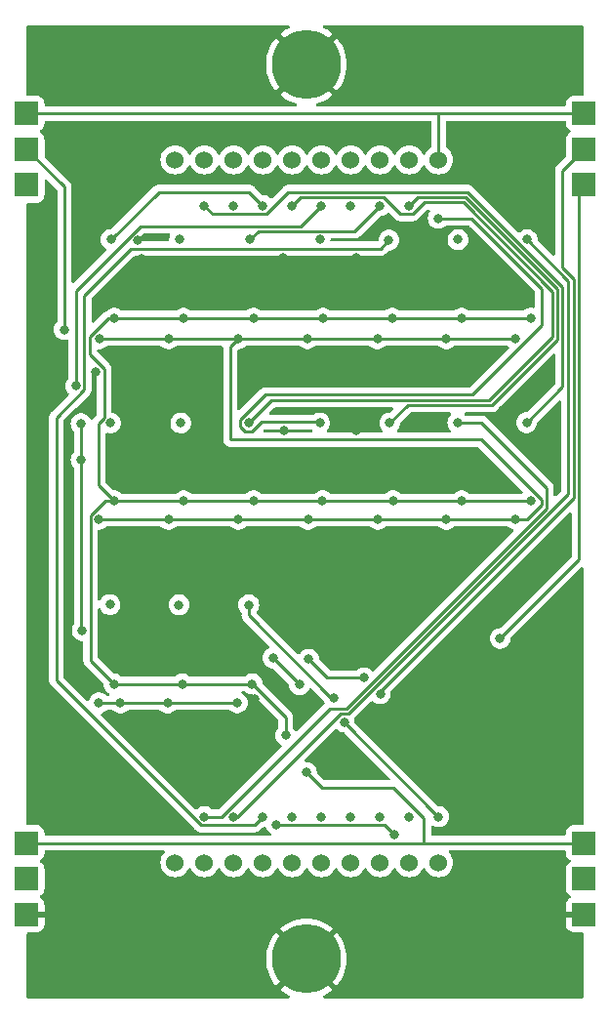
<source format=gbl>
%TF.GenerationSoftware,KiCad,Pcbnew,7.0.2*%
%TF.CreationDate,2023-05-22T00:30:27+09:00*%
%TF.ProjectId,16seg,31367365-672e-46b6-9963-61645f706362,rev?*%
%TF.SameCoordinates,Original*%
%TF.FileFunction,Copper,L2,Bot*%
%TF.FilePolarity,Positive*%
%FSLAX46Y46*%
G04 Gerber Fmt 4.6, Leading zero omitted, Abs format (unit mm)*
G04 Created by KiCad (PCBNEW 7.0.2) date 2023-05-22 00:30:27*
%MOMM*%
%LPD*%
G01*
G04 APERTURE LIST*
G04 Aperture macros list*
%AMRoundRect*
0 Rectangle with rounded corners*
0 $1 Rounding radius*
0 $2 $3 $4 $5 $6 $7 $8 $9 X,Y pos of 4 corners*
0 Add a 4 corners polygon primitive as box body*
4,1,4,$2,$3,$4,$5,$6,$7,$8,$9,$2,$3,0*
0 Add four circle primitives for the rounded corners*
1,1,$1+$1,$2,$3*
1,1,$1+$1,$4,$5*
1,1,$1+$1,$6,$7*
1,1,$1+$1,$8,$9*
0 Add four rect primitives between the rounded corners*
20,1,$1+$1,$2,$3,$4,$5,0*
20,1,$1+$1,$4,$5,$6,$7,0*
20,1,$1+$1,$6,$7,$8,$9,0*
20,1,$1+$1,$8,$9,$2,$3,0*%
G04 Aperture macros list end*
%TA.AperFunction,ComponentPad*%
%ADD10C,6.000000*%
%TD*%
%TA.AperFunction,CastellatedPad*%
%ADD11RoundRect,0.250001X-0.799999X-0.799999X0.799999X-0.799999X0.799999X0.799999X-0.799999X0.799999X0*%
%TD*%
%TA.AperFunction,ComponentPad*%
%ADD12C,1.524000*%
%TD*%
%TA.AperFunction,ViaPad*%
%ADD13C,0.800000*%
%TD*%
%TA.AperFunction,Conductor*%
%ADD14C,0.250000*%
%TD*%
G04 APERTURE END LIST*
D10*
%TO.P,,1*%
%TO.N,GND*%
X159000000Y-33000000D03*
%TD*%
%TO.P,REF\u002A\u002A,1*%
%TO.N,GND*%
X159000000Y-110600000D03*
%TD*%
D11*
%TO.P,J9,1,Pin_1*%
%TO.N,OF*%
X183050000Y-43450000D03*
%TD*%
%TO.P,J12,1,Pin_1*%
%TO.N,GND*%
X183050000Y-106740000D03*
%TD*%
%TO.P,J11,1,Pin_1*%
%TO.N,CK*%
X183050000Y-103640000D03*
%TD*%
%TO.P,J10,1,Pin_1*%
%TO.N,CLR*%
X183050000Y-100540000D03*
%TD*%
%TO.P,J8,1,Pin_1*%
%TO.N,DP*%
X183050000Y-40350000D03*
%TD*%
%TO.P,J7,1,Pin_1*%
%TO.N,+5V*%
X183050000Y-37250000D03*
%TD*%
%TO.P,J6,1,Pin_1*%
%TO.N,GND*%
X134730000Y-106740000D03*
%TD*%
%TO.P,J5,1,Pin_1*%
%TO.N,CK*%
X134730000Y-103640000D03*
%TD*%
%TO.P,J4,1,Pin_1*%
%TO.N,CLR*%
X134730000Y-100530000D03*
%TD*%
%TO.P,J3,1,Pin_1*%
%TO.N,OF*%
X134730000Y-43450000D03*
%TD*%
%TO.P,J2,1,Pin_1*%
%TO.N,deta*%
X134730000Y-40350000D03*
%TD*%
%TO.P,J1,1,Pin_1*%
%TO.N,+5V*%
X134730000Y-37250000D03*
%TD*%
D12*
%TO.P,seg1,20*%
%TO.N,N/C*%
X147610000Y-41275000D03*
%TO.P,seg1,19,F*%
%TO.N,Net-(seg1-F)*%
X150150000Y-41275000D03*
%TO.P,seg1,18,H*%
%TO.N,Net-(seg1-H)*%
X152690000Y-41275000D03*
%TO.P,seg1,17,A1*%
%TO.N,Net-(seg1-A1)*%
X155230000Y-41275000D03*
%TO.P,seg1,16,I*%
%TO.N,Net-(seg1-I)*%
X157770000Y-41275000D03*
%TO.P,seg1,15,J*%
%TO.N,Net-(seg1-J)*%
X160310000Y-41275000D03*
%TO.P,seg1,14,A2*%
%TO.N,Net-(seg1-A2)*%
X162850000Y-41275000D03*
%TO.P,seg1,13,B*%
%TO.N,Net-(seg1-B)*%
X165390000Y-41275000D03*
%TO.P,seg1,12,G2*%
%TO.N,Net-(seg1-G2)*%
X167930000Y-41275000D03*
%TO.P,seg1,11,Anode*%
%TO.N,+5V*%
X170470000Y-41275000D03*
%TO.P,seg1,10,DP*%
%TO.N,Net-(seg1-DP)*%
X170470000Y-102235000D03*
%TO.P,seg1,9,C*%
%TO.N,Net-(seg1-C)*%
X167930000Y-102235000D03*
%TO.P,seg1,8,K*%
%TO.N,Net-(seg1-K)*%
X165390000Y-102235000D03*
%TO.P,seg1,7,D2*%
%TO.N,Net-(seg1-D2)*%
X162850000Y-102235000D03*
%TO.P,seg1,6,L*%
%TO.N,Net-(seg1-L)*%
X160310000Y-102235000D03*
%TO.P,seg1,5,M*%
%TO.N,Net-(seg1-M)*%
X157770000Y-102235000D03*
%TO.P,seg1,4,D1*%
%TO.N,Net-(seg1-D1)*%
X155230000Y-102235000D03*
%TO.P,seg1,3,E*%
%TO.N,Net-(seg1-E)*%
X152690000Y-102235000D03*
%TO.P,seg1,2,G1*%
%TO.N,Net-(seg1-G1)*%
X150150000Y-102235000D03*
%TO.P,seg1,1,Anode*%
%TO.N,+5V*%
X147610000Y-102235000D03*
%TD*%
D13*
%TO.N,GND*%
X139750000Y-97180000D03*
X166470000Y-90710000D03*
X177780000Y-38680000D03*
X179450000Y-38490000D03*
X143250000Y-38790000D03*
X141420000Y-38590000D03*
%TO.N,OF*%
X175800000Y-82800000D03*
%TO.N,DP*%
X156090000Y-84480000D03*
X158400000Y-86800000D03*
X159200000Y-84600000D03*
X164000000Y-86200000D03*
X165400000Y-87600000D03*
%TO.N,deta*%
X138000000Y-56000000D03*
%TO.N,CLR*%
X157200000Y-91200000D03*
X159000000Y-94400000D03*
%TO.N,CK*%
X156400000Y-98918900D03*
X166600000Y-99800000D03*
%TO.N,GND*%
X144700000Y-49840000D03*
X174460000Y-52730000D03*
%TO.N,CK*%
X142875000Y-88392000D03*
%TO.N,GND*%
X154559000Y-88011000D03*
%TO.N,Net-(Q11-D)*%
X170434000Y-46355000D03*
%TO.N,GND*%
X176022000Y-62992000D03*
X151384000Y-92202000D03*
X178308712Y-66685329D03*
X154813000Y-83058000D03*
X144653000Y-84074000D03*
X150368000Y-84455000D03*
X145288000Y-52578000D03*
X150876000Y-52451000D03*
X156718000Y-52324000D03*
X162941000Y-52324000D03*
X144399000Y-48260000D03*
X156972000Y-49784000D03*
X163322000Y-49784000D03*
X173228000Y-49657000D03*
X174053500Y-48768000D03*
X168783000Y-49276000D03*
X169037000Y-52197000D03*
X169291000Y-60071000D03*
X163703000Y-60198000D03*
X157480000Y-60452000D03*
X151384000Y-61341000D03*
X145669000Y-60325000D03*
X140716000Y-59690000D03*
X140081000Y-62611000D03*
X144272000Y-64897000D03*
X151257000Y-64897000D03*
X157099000Y-64770000D03*
X163322000Y-64770000D03*
X169418000Y-64389000D03*
X145415000Y-76835000D03*
X151257000Y-76835000D03*
X157353000Y-76581000D03*
X163576000Y-76962000D03*
X169418000Y-76708000D03*
X175387000Y-79248000D03*
X163020000Y-93990000D03*
X138430000Y-68580000D03*
X144653000Y-67818000D03*
X150495000Y-68072000D03*
X156845000Y-67691000D03*
X162687000Y-67691000D03*
X168656000Y-67818000D03*
X174498000Y-68326000D03*
X139000000Y-44500000D03*
X176500000Y-43900000D03*
%TO.N,Net-(Q1-D)*%
X155230000Y-45250000D03*
X142050000Y-48200000D03*
%TO.N,Net-(Q2-D)*%
X162850000Y-45250000D03*
X148000000Y-48200000D03*
%TO.N,Net-(Q3-D)*%
X165390000Y-45250000D03*
X154100000Y-48200000D03*
%TO.N,Net-(Q4-D)*%
X160150000Y-48200000D03*
X167930000Y-98250000D03*
%TO.N,Net-(Q5-D)*%
X166150000Y-48250000D03*
X155230000Y-98250000D03*
%TO.N,Net-(Q6-D)*%
X172150000Y-48200000D03*
X162850000Y-98250000D03*
%TO.N,Net-(Q7-D)*%
X178150000Y-48200000D03*
X152690000Y-98250000D03*
%TO.N,Net-(Q8-D)*%
X150150000Y-45250000D03*
X178100000Y-64075000D03*
%TO.N,Net-(Q9-D)*%
X150150000Y-98250000D03*
X172125000Y-64075000D03*
%TO.N,Net-(Q10-D)*%
X166225000Y-64100000D03*
X167930000Y-45250000D03*
%TO.N,Net-(Q11-D)*%
X160150000Y-64100000D03*
X152690000Y-45250000D03*
%TO.N,Net-(Q12-D)*%
X154000000Y-64100000D03*
X157770000Y-45250000D03*
%TO.N,Net-(Q13-D)*%
X139010000Y-60880000D03*
X148100000Y-64100000D03*
X160310000Y-45250000D03*
%TO.N,Net-(Q14-D)*%
X165390000Y-98250000D03*
X142000000Y-64100000D03*
%TO.N,Net-(Q15-D)*%
X141950000Y-79850000D03*
X160310000Y-98250000D03*
%TO.N,Net-(Q16-D)*%
X147950000Y-79875000D03*
X157770000Y-98250000D03*
%TO.N,Net-(Q17-D)*%
X161370000Y-87940000D03*
X170470000Y-98250000D03*
X162280000Y-90030000D03*
X154000000Y-79875000D03*
%TO.N,GND*%
X158400000Y-88800000D03*
X175500000Y-91300000D03*
%TO.N,+5V*%
X139550000Y-82100000D03*
X139450000Y-64150000D03*
X139450000Y-67300000D03*
%TO.N,CK*%
X165150000Y-56800000D03*
X147050000Y-56800000D03*
X177150000Y-72450000D03*
X171150000Y-56800000D03*
X165200000Y-72450000D03*
X171150000Y-72450000D03*
X153100000Y-72450000D03*
X177150000Y-56800000D03*
X141050000Y-56800000D03*
X141000000Y-88384900D03*
X153100000Y-56800000D03*
X147050000Y-72450000D03*
X159100000Y-56800000D03*
X141000000Y-72450000D03*
X159150000Y-72450000D03*
X153000000Y-88384900D03*
X146950000Y-88394900D03*
%TO.N,CLR*%
X148350000Y-55000000D03*
X142300000Y-70850000D03*
X148350000Y-70850000D03*
X142350000Y-55000000D03*
X154300000Y-86734900D03*
X154400000Y-55000000D03*
X142300000Y-86734900D03*
X166450000Y-55000000D03*
X178450000Y-55000000D03*
X166500000Y-70850000D03*
X178450000Y-70850000D03*
X172450000Y-55000000D03*
X160450000Y-55000000D03*
X160400000Y-70850000D03*
X172450000Y-70850000D03*
X154400000Y-70850000D03*
X148250000Y-86734900D03*
%TD*%
D14*
%TO.N,Net-(Q9-D)*%
X174184000Y-64075000D02*
X172125000Y-64075000D01*
X179832000Y-71499604D02*
X179832000Y-69723000D01*
X162476604Y-88855000D02*
X179832000Y-71499604D01*
X151664695Y-98250000D02*
X161059695Y-88855000D01*
X161059695Y-88855000D02*
X162476604Y-88855000D01*
X150150000Y-98250000D02*
X151664695Y-98250000D01*
X179832000Y-69723000D02*
X174184000Y-64075000D01*
%TO.N,DP*%
X158400000Y-86790000D02*
X156090000Y-84480000D01*
X158400000Y-86800000D02*
X158400000Y-86790000D01*
%TO.N,OF*%
X182637000Y-43863000D02*
X183050000Y-43450000D01*
X182637000Y-75963000D02*
X182637000Y-43863000D01*
X175800000Y-82800000D02*
X182637000Y-75963000D01*
%TO.N,DP*%
X159200000Y-84600000D02*
X160800000Y-86200000D01*
X160800000Y-86200000D02*
X164000000Y-86200000D01*
X165200000Y-87600000D02*
X165200000Y-87600000D01*
X165400000Y-87600000D02*
X165200000Y-87600000D01*
X165400000Y-87400000D02*
X165400000Y-87600000D01*
%TO.N,Net-(Q17-D)*%
X154000000Y-80792500D02*
X154000000Y-79875000D01*
X161147500Y-87940000D02*
X154000000Y-80792500D01*
X161370000Y-87940000D02*
X161147500Y-87940000D01*
%TO.N,DP*%
X182187000Y-70613000D02*
X165400000Y-87400000D01*
X182187000Y-51600604D02*
X182187000Y-70613000D01*
X181200000Y-50613604D02*
X182187000Y-51600604D01*
X181200000Y-42200000D02*
X181200000Y-50613604D01*
X183050000Y-40350000D02*
X181200000Y-42200000D01*
%TO.N,deta*%
X138000000Y-43620000D02*
X134730000Y-40350000D01*
X138000000Y-56000000D02*
X138000000Y-43620000D01*
%TO.N,+5V*%
X170470000Y-37320000D02*
X170400000Y-37250000D01*
X170400000Y-37250000D02*
X183050000Y-37250000D01*
X170470000Y-41275000D02*
X170470000Y-37320000D01*
X134730000Y-37250000D02*
X170400000Y-37250000D01*
%TO.N,CLR*%
X154308205Y-86734900D02*
X154300000Y-86734900D01*
X157200000Y-89626695D02*
X154308205Y-86734900D01*
X157200000Y-91200000D02*
X157200000Y-89626695D01*
X160321000Y-95721000D02*
X159000000Y-94400000D01*
X166521001Y-95721000D02*
X160321000Y-95721000D01*
X169200000Y-100530000D02*
X169200000Y-98399999D01*
X169200000Y-98399999D02*
X166521001Y-95721000D01*
X169200000Y-100530000D02*
X183040000Y-100530000D01*
X134730000Y-100530000D02*
X169200000Y-100530000D01*
%TO.N,CK*%
X165775000Y-98975000D02*
X156456100Y-98975000D01*
X156456100Y-98975000D02*
X156400000Y-98918900D01*
X166600000Y-99800000D02*
X165775000Y-98975000D01*
%TO.N,CLR*%
X183040000Y-100530000D02*
X183050000Y-100540000D01*
%TO.N,CK*%
X142882100Y-88384900D02*
X153000000Y-88384900D01*
X142875000Y-88392000D02*
X142882100Y-88384900D01*
X142867900Y-88384900D02*
X142875000Y-88392000D01*
%TO.N,Net-(Q11-D)*%
X173350812Y-46355000D02*
X170434000Y-46355000D01*
X179451000Y-52455188D02*
X173350812Y-46355000D01*
X179451000Y-55626000D02*
X179451000Y-52455188D01*
X173422000Y-61655000D02*
X179451000Y-55626000D01*
X155419695Y-61655000D02*
X173422000Y-61655000D01*
X153275000Y-63799695D02*
X155419695Y-61655000D01*
X153275000Y-64400305D02*
X153275000Y-63799695D01*
X153699695Y-64825000D02*
X153275000Y-64400305D01*
X154300305Y-64825000D02*
X153699695Y-64825000D01*
X160061396Y-64011396D02*
X155113909Y-64011396D01*
X160150000Y-64100000D02*
X160061396Y-64011396D01*
X155113909Y-64011396D02*
X154300305Y-64825000D01*
X170434000Y-46355000D02*
X170434000Y-46424000D01*
%TO.N,Net-(Q12-D)*%
X155995000Y-62105000D02*
X154000000Y-64100000D01*
X174875604Y-62105000D02*
X155995000Y-62105000D01*
X180329000Y-56651604D02*
X174875604Y-62105000D01*
X169230305Y-44975000D02*
X172607208Y-44975000D01*
X168230305Y-45975000D02*
X169230305Y-44975000D01*
X167140305Y-45975000D02*
X168230305Y-45975000D01*
X180329000Y-52696792D02*
X180329000Y-56651604D01*
X165690305Y-44525000D02*
X167140305Y-45975000D01*
X157770000Y-45250000D02*
X158495000Y-44525000D01*
X158495000Y-44525000D02*
X165690305Y-44525000D01*
X172607208Y-44975000D02*
X180329000Y-52696792D01*
%TO.N,Net-(Q10-D)*%
X168655000Y-44525000D02*
X167930000Y-45250000D01*
X175062000Y-62555000D02*
X180779000Y-56838000D01*
X180779000Y-56838000D02*
X180779000Y-52510396D01*
X167770000Y-62555000D02*
X175062000Y-62555000D01*
X180779000Y-52510396D02*
X172793604Y-44525000D01*
X172793604Y-44525000D02*
X168655000Y-44525000D01*
X166225000Y-64100000D02*
X167770000Y-62555000D01*
%TO.N,Net-(Q8-D)*%
X155530305Y-45975000D02*
X150875000Y-45975000D01*
X150875000Y-45975000D02*
X150150000Y-45250000D01*
X181229000Y-52324000D02*
X172980000Y-44075000D01*
X172980000Y-44075000D02*
X157430305Y-44075000D01*
X181229000Y-60946000D02*
X181229000Y-52324000D01*
X157430305Y-44075000D02*
X155530305Y-45975000D01*
X178100000Y-64075000D02*
X181229000Y-60946000D01*
%TO.N,Net-(Q7-D)*%
X161979695Y-89305000D02*
X153034695Y-98250000D01*
X153034695Y-98250000D02*
X152690000Y-98250000D01*
X162663000Y-89305000D02*
X161979695Y-89305000D01*
X181737000Y-70231000D02*
X162663000Y-89305000D01*
X181737000Y-51787000D02*
X181737000Y-70231000D01*
X178150000Y-48200000D02*
X181737000Y-51787000D01*
%TO.N,CK*%
X152400000Y-65532000D02*
X152400000Y-57500000D01*
X174157305Y-65532000D02*
X152400000Y-65532000D01*
X152400000Y-57500000D02*
X153100000Y-56800000D01*
X179382000Y-70756695D02*
X174157305Y-65532000D01*
X178121000Y-72450000D02*
X179382000Y-71189000D01*
X179382000Y-71189000D02*
X179382000Y-70756695D01*
X177150000Y-72450000D02*
X178121000Y-72450000D01*
%TO.N,Net-(Q1-D)*%
X146181000Y-44069000D02*
X154049000Y-44069000D01*
X142050000Y-48200000D02*
X146181000Y-44069000D01*
X154049000Y-44069000D02*
X155230000Y-45250000D01*
%TO.N,CLR*%
X140940000Y-64134695D02*
X140940000Y-69490000D01*
X141441000Y-63633695D02*
X140940000Y-64134695D01*
X141441000Y-59389695D02*
X141441000Y-63633695D01*
X140940000Y-69490000D02*
X142300000Y-70850000D01*
X141824695Y-55000000D02*
X140208000Y-56616695D01*
X140208000Y-56616695D02*
X140208000Y-58156695D01*
X142350000Y-55000000D02*
X141824695Y-55000000D01*
X140208000Y-58156695D02*
X141441000Y-59389695D01*
%TO.N,Net-(Q5-D)*%
X165415000Y-48985000D02*
X166150000Y-48250000D01*
X143801000Y-48985000D02*
X165415000Y-48985000D01*
X139735000Y-53051000D02*
X143801000Y-48985000D01*
X149849695Y-98975000D02*
X137300000Y-86425305D01*
X137300000Y-63615305D02*
X139735000Y-61180305D01*
X154505000Y-98975000D02*
X149849695Y-98975000D01*
X139735000Y-61180305D02*
X139735000Y-53051000D01*
X155230000Y-98250000D02*
X154505000Y-98975000D01*
X137300000Y-86425305D02*
X137300000Y-63615305D01*
%TO.N,Net-(Q13-D)*%
X139010000Y-52623695D02*
X139010000Y-60880000D01*
X144608695Y-47025000D02*
X139010000Y-52623695D01*
X160310000Y-45250000D02*
X158535000Y-47025000D01*
X158535000Y-47025000D02*
X144608695Y-47025000D01*
%TO.N,CLR*%
X141574695Y-70850000D02*
X142300000Y-70850000D01*
X140275000Y-72149695D02*
X141574695Y-70850000D01*
X142300000Y-86734900D02*
X140275000Y-84709900D01*
X140275000Y-84709900D02*
X140275000Y-72149695D01*
%TO.N,Net-(Q3-D)*%
X154100000Y-48200000D02*
X154825000Y-47475000D01*
X163165000Y-47475000D02*
X165390000Y-45250000D01*
X154825000Y-47475000D02*
X163165000Y-47475000D01*
%TO.N,Net-(Q13-D)*%
X139010000Y-60880000D02*
X139010000Y-61080000D01*
%TO.N,Net-(Q17-D)*%
X162250000Y-90030000D02*
X162210000Y-89990000D01*
X162280000Y-90030000D02*
X162250000Y-90030000D01*
X162210000Y-89990000D02*
X162210000Y-89960000D01*
X170470000Y-98250000D02*
X162280000Y-90060000D01*
X162280000Y-90060000D02*
X162280000Y-90030000D01*
%TO.N,+5V*%
X139450000Y-82000000D02*
X139450000Y-67300000D01*
X139550000Y-82100000D02*
X139450000Y-82000000D01*
X139450000Y-67300000D02*
X139450000Y-64150000D01*
%TO.N,CK*%
X141000000Y-72450000D02*
X177150000Y-72450000D01*
X141050000Y-56800000D02*
X177150000Y-56800000D01*
X141000000Y-88384900D02*
X142867900Y-88384900D01*
%TO.N,CLR*%
X142350000Y-55000000D02*
X178450000Y-55000000D01*
X142300000Y-86734900D02*
X154300000Y-86734900D01*
X142300000Y-70850000D02*
X178450000Y-70850000D01*
%TD*%
%TA.AperFunction,Conductor*%
%TO.N,GND*%
G36*
X146671731Y-101175185D02*
G01*
X146717486Y-101227989D01*
X146727430Y-101297147D01*
X146698405Y-101360703D01*
X146692373Y-101367181D01*
X146639174Y-101420379D01*
X146512466Y-101601338D01*
X146419106Y-101801548D01*
X146361929Y-102014934D01*
X146342676Y-102235000D01*
X146361929Y-102455065D01*
X146419106Y-102668451D01*
X146512466Y-102868661D01*
X146512466Y-102868662D01*
X146639174Y-103049620D01*
X146795380Y-103205826D01*
X146976338Y-103332534D01*
X147176550Y-103425894D01*
X147389932Y-103483070D01*
X147536644Y-103495905D01*
X147609999Y-103502323D01*
X147609999Y-103502322D01*
X147610000Y-103502323D01*
X147830068Y-103483070D01*
X148043450Y-103425894D01*
X148243662Y-103332534D01*
X148424620Y-103205826D01*
X148580826Y-103049620D01*
X148707534Y-102868662D01*
X148765185Y-102745027D01*
X148767618Y-102739811D01*
X148813790Y-102687372D01*
X148880984Y-102668220D01*
X148947865Y-102688436D01*
X148992382Y-102739811D01*
X149014321Y-102786859D01*
X149052466Y-102868662D01*
X149179174Y-103049620D01*
X149335380Y-103205826D01*
X149516338Y-103332534D01*
X149716550Y-103425894D01*
X149929932Y-103483070D01*
X150150000Y-103502323D01*
X150370068Y-103483070D01*
X150583450Y-103425894D01*
X150783662Y-103332534D01*
X150964620Y-103205826D01*
X151120826Y-103049620D01*
X151247534Y-102868662D01*
X151305185Y-102745027D01*
X151307618Y-102739811D01*
X151353790Y-102687372D01*
X151420984Y-102668220D01*
X151487865Y-102688436D01*
X151532382Y-102739811D01*
X151554321Y-102786859D01*
X151592466Y-102868662D01*
X151719174Y-103049620D01*
X151875380Y-103205826D01*
X152056338Y-103332534D01*
X152256550Y-103425894D01*
X152469932Y-103483070D01*
X152616644Y-103495905D01*
X152689999Y-103502323D01*
X152689999Y-103502322D01*
X152690000Y-103502323D01*
X152910068Y-103483070D01*
X153123450Y-103425894D01*
X153323662Y-103332534D01*
X153504620Y-103205826D01*
X153660826Y-103049620D01*
X153787534Y-102868662D01*
X153845185Y-102745027D01*
X153847618Y-102739811D01*
X153893790Y-102687372D01*
X153960984Y-102668220D01*
X154027865Y-102688436D01*
X154072382Y-102739811D01*
X154094321Y-102786859D01*
X154132466Y-102868662D01*
X154259174Y-103049620D01*
X154415380Y-103205826D01*
X154596338Y-103332534D01*
X154796550Y-103425894D01*
X155009932Y-103483070D01*
X155230000Y-103502323D01*
X155450068Y-103483070D01*
X155663450Y-103425894D01*
X155863662Y-103332534D01*
X156044620Y-103205826D01*
X156200826Y-103049620D01*
X156327534Y-102868662D01*
X156385185Y-102745027D01*
X156387618Y-102739811D01*
X156433790Y-102687372D01*
X156500984Y-102668220D01*
X156567865Y-102688436D01*
X156612382Y-102739811D01*
X156634321Y-102786859D01*
X156672466Y-102868662D01*
X156799174Y-103049620D01*
X156955380Y-103205826D01*
X157136338Y-103332534D01*
X157336550Y-103425894D01*
X157549932Y-103483070D01*
X157696644Y-103495905D01*
X157769999Y-103502323D01*
X157769999Y-103502322D01*
X157770000Y-103502323D01*
X157990068Y-103483070D01*
X158203450Y-103425894D01*
X158403662Y-103332534D01*
X158584620Y-103205826D01*
X158740826Y-103049620D01*
X158867534Y-102868662D01*
X158925185Y-102745027D01*
X158927618Y-102739811D01*
X158973790Y-102687372D01*
X159040984Y-102668220D01*
X159107865Y-102688436D01*
X159152382Y-102739811D01*
X159174321Y-102786859D01*
X159212466Y-102868662D01*
X159339174Y-103049620D01*
X159495380Y-103205826D01*
X159676338Y-103332534D01*
X159876550Y-103425894D01*
X160089932Y-103483070D01*
X160310000Y-103502323D01*
X160530068Y-103483070D01*
X160743450Y-103425894D01*
X160943662Y-103332534D01*
X161124620Y-103205826D01*
X161280826Y-103049620D01*
X161407534Y-102868662D01*
X161465185Y-102745027D01*
X161467618Y-102739811D01*
X161513790Y-102687372D01*
X161580984Y-102668220D01*
X161647865Y-102688436D01*
X161692382Y-102739811D01*
X161714321Y-102786859D01*
X161752466Y-102868662D01*
X161879174Y-103049620D01*
X162035380Y-103205826D01*
X162216338Y-103332534D01*
X162416550Y-103425894D01*
X162629932Y-103483070D01*
X162776644Y-103495905D01*
X162849999Y-103502323D01*
X162849999Y-103502322D01*
X162850000Y-103502323D01*
X163070068Y-103483070D01*
X163283450Y-103425894D01*
X163483662Y-103332534D01*
X163664620Y-103205826D01*
X163820826Y-103049620D01*
X163947534Y-102868662D01*
X164007618Y-102739810D01*
X164053789Y-102687372D01*
X164120982Y-102668220D01*
X164187863Y-102688435D01*
X164232381Y-102739811D01*
X164292465Y-102868661D01*
X164292466Y-102868662D01*
X164419174Y-103049620D01*
X164575380Y-103205826D01*
X164756338Y-103332534D01*
X164956550Y-103425894D01*
X165169932Y-103483070D01*
X165390000Y-103502323D01*
X165610068Y-103483070D01*
X165823450Y-103425894D01*
X166023662Y-103332534D01*
X166204620Y-103205826D01*
X166360826Y-103049620D01*
X166487534Y-102868662D01*
X166545185Y-102745027D01*
X166547618Y-102739811D01*
X166593790Y-102687372D01*
X166660984Y-102668220D01*
X166727865Y-102688436D01*
X166772382Y-102739811D01*
X166794321Y-102786859D01*
X166832466Y-102868662D01*
X166959174Y-103049620D01*
X167115380Y-103205826D01*
X167296338Y-103332534D01*
X167496550Y-103425894D01*
X167709932Y-103483070D01*
X167856643Y-103495905D01*
X167929999Y-103502323D01*
X167929999Y-103502322D01*
X167930000Y-103502323D01*
X168150068Y-103483070D01*
X168363450Y-103425894D01*
X168563662Y-103332534D01*
X168744620Y-103205826D01*
X168900826Y-103049620D01*
X169027534Y-102868662D01*
X169085185Y-102745027D01*
X169087618Y-102739811D01*
X169133790Y-102687372D01*
X169200984Y-102668220D01*
X169267865Y-102688436D01*
X169312382Y-102739811D01*
X169334321Y-102786859D01*
X169372466Y-102868662D01*
X169499174Y-103049620D01*
X169655380Y-103205826D01*
X169836338Y-103332534D01*
X170036550Y-103425894D01*
X170249932Y-103483070D01*
X170470000Y-103502323D01*
X170690068Y-103483070D01*
X170903450Y-103425894D01*
X171103662Y-103332534D01*
X171284620Y-103205826D01*
X171440826Y-103049620D01*
X171567534Y-102868662D01*
X171660894Y-102668450D01*
X171718070Y-102455068D01*
X171737323Y-102235000D01*
X171718070Y-102014932D01*
X171660894Y-101801550D01*
X171567534Y-101601339D01*
X171440826Y-101420380D01*
X171387627Y-101367180D01*
X171354142Y-101305858D01*
X171359126Y-101236166D01*
X171400998Y-101180233D01*
X171466462Y-101155816D01*
X171475308Y-101155500D01*
X181375500Y-101155500D01*
X181442539Y-101175185D01*
X181488294Y-101227989D01*
X181499500Y-101279499D01*
X181499500Y-101390008D01*
X181499818Y-101393121D01*
X181499819Y-101393140D01*
X181510000Y-101492797D01*
X181565186Y-101659336D01*
X181657288Y-101808655D01*
X181781345Y-101932712D01*
X181865244Y-101984462D01*
X181911969Y-102036410D01*
X181923190Y-102105372D01*
X181895347Y-102169454D01*
X181865244Y-102195538D01*
X181781345Y-102247287D01*
X181657288Y-102371344D01*
X181565186Y-102520663D01*
X181510000Y-102687202D01*
X181499819Y-102786859D01*
X181499817Y-102786879D01*
X181499500Y-102789992D01*
X181499500Y-104490008D01*
X181499818Y-104493121D01*
X181499819Y-104493140D01*
X181510000Y-104592797D01*
X181565186Y-104759336D01*
X181657288Y-104908655D01*
X181781342Y-105032709D01*
X181781344Y-105032710D01*
X181781345Y-105032711D01*
X181865721Y-105084755D01*
X181912444Y-105136702D01*
X181923667Y-105205665D01*
X181895823Y-105269747D01*
X181865720Y-105295831D01*
X181781656Y-105347682D01*
X181657683Y-105471655D01*
X181565642Y-105620878D01*
X181510493Y-105787304D01*
X181500319Y-105886891D01*
X181500000Y-105893169D01*
X181500000Y-106490000D01*
X182900000Y-106490000D01*
X182900000Y-106990000D01*
X181500000Y-106990000D01*
X181500000Y-107586830D01*
X181500319Y-107593108D01*
X181510493Y-107692695D01*
X181565642Y-107859121D01*
X181657683Y-108008344D01*
X181781655Y-108132316D01*
X181930878Y-108224357D01*
X182097304Y-108279506D01*
X182196891Y-108289680D01*
X182203169Y-108290000D01*
X182925500Y-108290000D01*
X182992539Y-108309685D01*
X183038294Y-108362489D01*
X183049500Y-108414000D01*
X183049500Y-113866000D01*
X183029815Y-113933039D01*
X182977011Y-113978794D01*
X182925500Y-113990000D01*
X160572660Y-113990000D01*
X160505621Y-113970315D01*
X160459866Y-113917511D01*
X160449922Y-113848353D01*
X160478947Y-113784797D01*
X160516365Y-113755515D01*
X160749508Y-113636722D01*
X160755129Y-113633476D01*
X161057343Y-113437216D01*
X161062597Y-113433399D01*
X161293148Y-113246702D01*
X161293148Y-113246701D01*
X159869883Y-111823435D01*
X159924477Y-111787768D01*
X160107368Y-111619404D01*
X160223610Y-111470056D01*
X161646702Y-112893148D01*
X161833399Y-112662597D01*
X161837216Y-112657343D01*
X162033476Y-112355129D01*
X162036722Y-112349508D01*
X162200323Y-112028424D01*
X162202960Y-112022500D01*
X162332106Y-111686065D01*
X162334103Y-111679919D01*
X162427373Y-111331831D01*
X162428724Y-111325472D01*
X162485095Y-110969557D01*
X162485772Y-110963113D01*
X162504633Y-110603243D01*
X162504633Y-110596756D01*
X162485772Y-110236886D01*
X162485095Y-110230442D01*
X162428724Y-109874527D01*
X162427373Y-109868168D01*
X162334103Y-109520080D01*
X162332106Y-109513934D01*
X162202960Y-109177499D01*
X162200323Y-109171575D01*
X162036722Y-108850492D01*
X162033476Y-108844871D01*
X161837216Y-108542656D01*
X161833399Y-108537402D01*
X161646701Y-108306851D01*
X160223609Y-109729942D01*
X160107368Y-109580596D01*
X159924477Y-109412232D01*
X159869882Y-109376563D01*
X161293148Y-107953297D01*
X161062597Y-107766600D01*
X161057343Y-107762783D01*
X160755129Y-107566523D01*
X160749508Y-107563277D01*
X160428424Y-107399676D01*
X160422500Y-107397039D01*
X160086065Y-107267893D01*
X160079919Y-107265896D01*
X159731831Y-107172626D01*
X159725472Y-107171275D01*
X159369557Y-107114904D01*
X159363113Y-107114227D01*
X159003244Y-107095367D01*
X158996756Y-107095367D01*
X158636886Y-107114227D01*
X158630442Y-107114904D01*
X158274527Y-107171275D01*
X158268168Y-107172626D01*
X157920080Y-107265896D01*
X157913934Y-107267893D01*
X157577499Y-107397039D01*
X157571575Y-107399676D01*
X157250492Y-107563277D01*
X157244871Y-107566523D01*
X156942656Y-107762783D01*
X156937402Y-107766600D01*
X156706851Y-107953297D01*
X158130117Y-109376563D01*
X158075523Y-109412232D01*
X157892632Y-109580596D01*
X157776390Y-109729942D01*
X156353297Y-108306851D01*
X156166600Y-108537402D01*
X156162783Y-108542656D01*
X155966523Y-108844871D01*
X155963277Y-108850492D01*
X155799676Y-109171575D01*
X155797039Y-109177499D01*
X155667893Y-109513934D01*
X155665896Y-109520080D01*
X155572626Y-109868168D01*
X155571275Y-109874527D01*
X155514904Y-110230442D01*
X155514227Y-110236886D01*
X155495367Y-110596756D01*
X155495367Y-110603243D01*
X155514227Y-110963113D01*
X155514904Y-110969557D01*
X155571275Y-111325472D01*
X155572626Y-111331831D01*
X155665896Y-111679919D01*
X155667893Y-111686065D01*
X155797039Y-112022500D01*
X155799676Y-112028424D01*
X155963277Y-112349508D01*
X155966523Y-112355129D01*
X156162783Y-112657343D01*
X156166600Y-112662597D01*
X156353297Y-112893147D01*
X157776388Y-111470055D01*
X157892632Y-111619404D01*
X158075523Y-111787768D01*
X158130116Y-111823435D01*
X156706851Y-113246701D01*
X156937402Y-113433399D01*
X156942656Y-113437216D01*
X157244870Y-113633476D01*
X157250491Y-113636722D01*
X157483635Y-113755515D01*
X157534431Y-113803490D01*
X157551226Y-113871311D01*
X157528689Y-113937445D01*
X157473974Y-113980897D01*
X157427340Y-113990000D01*
X134854500Y-113990000D01*
X134787461Y-113970315D01*
X134741706Y-113917511D01*
X134730500Y-113866000D01*
X134730500Y-108414000D01*
X134750185Y-108346961D01*
X134802989Y-108301206D01*
X134854500Y-108290000D01*
X135576831Y-108290000D01*
X135583108Y-108289680D01*
X135682695Y-108279506D01*
X135849121Y-108224357D01*
X135998344Y-108132316D01*
X136122316Y-108008344D01*
X136214357Y-107859121D01*
X136269506Y-107692695D01*
X136279680Y-107593108D01*
X136280000Y-107586830D01*
X136280000Y-106990000D01*
X134880000Y-106990000D01*
X134880000Y-106490000D01*
X136280000Y-106490000D01*
X136280000Y-105893169D01*
X136279680Y-105886891D01*
X136269506Y-105787304D01*
X136214357Y-105620878D01*
X136122316Y-105471655D01*
X135998345Y-105347684D01*
X135914279Y-105295832D01*
X135867555Y-105243884D01*
X135856332Y-105174921D01*
X135884176Y-105110839D01*
X135914277Y-105084755D01*
X135998655Y-105032711D01*
X136122711Y-104908655D01*
X136214814Y-104759334D01*
X136269999Y-104592797D01*
X136280500Y-104490008D01*
X136280500Y-102789992D01*
X136275374Y-102739812D01*
X136269999Y-102687202D01*
X136214813Y-102520663D01*
X136122711Y-102371344D01*
X135998657Y-102247290D01*
X135914754Y-102195538D01*
X135906648Y-102190538D01*
X135859924Y-102138591D01*
X135848703Y-102069628D01*
X135876546Y-102005546D01*
X135906647Y-101979462D01*
X135998655Y-101922711D01*
X136122711Y-101798655D01*
X136214814Y-101649334D01*
X136269999Y-101482797D01*
X136280500Y-101380008D01*
X136280500Y-101279500D01*
X136300185Y-101212461D01*
X136352989Y-101166706D01*
X136404500Y-101155500D01*
X146604692Y-101155500D01*
X146671731Y-101175185D01*
G37*
%TD.AperFunction*%
%TA.AperFunction,Conductor*%
G36*
X136485703Y-42990738D02*
G01*
X136492166Y-42996756D01*
X136918004Y-43422594D01*
X137338181Y-43842771D01*
X137371666Y-43904094D01*
X137374500Y-43930452D01*
X137374500Y-55301312D01*
X137354815Y-55368351D01*
X137342650Y-55384284D01*
X137267466Y-55467783D01*
X137172820Y-55631715D01*
X137114326Y-55811742D01*
X137094540Y-56000000D01*
X137114326Y-56188257D01*
X137172820Y-56368284D01*
X137267466Y-56532216D01*
X137394129Y-56672889D01*
X137547269Y-56784151D01*
X137720197Y-56861144D01*
X137905352Y-56900500D01*
X137905354Y-56900500D01*
X138094648Y-56900500D01*
X138234719Y-56870727D01*
X138304386Y-56876043D01*
X138360120Y-56918180D01*
X138384225Y-56983760D01*
X138384500Y-56992017D01*
X138384500Y-60181312D01*
X138364815Y-60248351D01*
X138352650Y-60264284D01*
X138277466Y-60347783D01*
X138182820Y-60511715D01*
X138124326Y-60691742D01*
X138104540Y-60879999D01*
X138124326Y-61068257D01*
X138182820Y-61248284D01*
X138277466Y-61412216D01*
X138360308Y-61504221D01*
X138390538Y-61567212D01*
X138381913Y-61636548D01*
X138355839Y-61674874D01*
X136916208Y-63114504D01*
X136900110Y-63127401D01*
X136852096Y-63178530D01*
X136849392Y-63181321D01*
X136832628Y-63198085D01*
X136832621Y-63198092D01*
X136829880Y-63200834D01*
X136827499Y-63203902D01*
X136827490Y-63203913D01*
X136827411Y-63204016D01*
X136819842Y-63212877D01*
X136789935Y-63244725D01*
X136780285Y-63262279D01*
X136769609Y-63278533D01*
X136757326Y-63294368D01*
X136739975Y-63334463D01*
X136734838Y-63344949D01*
X136713802Y-63383212D01*
X136708821Y-63402614D01*
X136702520Y-63421016D01*
X136694561Y-63439407D01*
X136687728Y-63482547D01*
X136685360Y-63493979D01*
X136674500Y-63536282D01*
X136674500Y-63556321D01*
X136672972Y-63575719D01*
X136669840Y-63595501D01*
X136672571Y-63624387D01*
X136673950Y-63638978D01*
X136674500Y-63650648D01*
X136674500Y-86342561D01*
X136672235Y-86363071D01*
X136674439Y-86433177D01*
X136674500Y-86437072D01*
X136674500Y-86464655D01*
X136674988Y-86468524D01*
X136674989Y-86468530D01*
X136675004Y-86468648D01*
X136675918Y-86480272D01*
X136677290Y-86523931D01*
X136682879Y-86543165D01*
X136686825Y-86562221D01*
X136689335Y-86582097D01*
X136705414Y-86622709D01*
X136709197Y-86633756D01*
X136721382Y-86675696D01*
X136731580Y-86692940D01*
X136740136Y-86710405D01*
X136747514Y-86729037D01*
X136751774Y-86734900D01*
X136773180Y-86764364D01*
X136779593Y-86774127D01*
X136801826Y-86811721D01*
X136801829Y-86811724D01*
X136801830Y-86811725D01*
X136815995Y-86825890D01*
X136828627Y-86840680D01*
X136840406Y-86856892D01*
X136874058Y-86884731D01*
X136882699Y-86892594D01*
X149348891Y-99358787D01*
X149361791Y-99374888D01*
X149412918Y-99422900D01*
X149415715Y-99425611D01*
X149435224Y-99445120D01*
X149438404Y-99447587D01*
X149447266Y-99455155D01*
X149479113Y-99485062D01*
X149496667Y-99494712D01*
X149512931Y-99505396D01*
X149524667Y-99514499D01*
X149528759Y-99517673D01*
X149553604Y-99528424D01*
X149568847Y-99535021D01*
X149579326Y-99540154D01*
X149617603Y-99561197D01*
X149637001Y-99566177D01*
X149655403Y-99572477D01*
X149673799Y-99580438D01*
X149716956Y-99587273D01*
X149728359Y-99589634D01*
X149770676Y-99600500D01*
X149790711Y-99600500D01*
X149810108Y-99602026D01*
X149829891Y-99605160D01*
X149873369Y-99601050D01*
X149885039Y-99600500D01*
X154422256Y-99600500D01*
X154442762Y-99602764D01*
X154445665Y-99602672D01*
X154445667Y-99602673D01*
X154512872Y-99600561D01*
X154516768Y-99600500D01*
X154540448Y-99600500D01*
X154544350Y-99600500D01*
X154548313Y-99599999D01*
X154559962Y-99599080D01*
X154603627Y-99597709D01*
X154622859Y-99592120D01*
X154641918Y-99588174D01*
X154649606Y-99587203D01*
X154661792Y-99585664D01*
X154702407Y-99569582D01*
X154713444Y-99565803D01*
X154755390Y-99553618D01*
X154772629Y-99543422D01*
X154790102Y-99534862D01*
X154808732Y-99527486D01*
X154844064Y-99501814D01*
X154853830Y-99495400D01*
X154891418Y-99473171D01*
X154891417Y-99473171D01*
X154891420Y-99473170D01*
X154905585Y-99459004D01*
X154920373Y-99446373D01*
X154936587Y-99434594D01*
X154964438Y-99400926D01*
X154972269Y-99392319D01*
X155177772Y-99186816D01*
X155239094Y-99153334D01*
X155265452Y-99150500D01*
X155324646Y-99150500D01*
X155406036Y-99133200D01*
X155475701Y-99138516D01*
X155531435Y-99180652D01*
X155549747Y-99216171D01*
X155572821Y-99287185D01*
X155667466Y-99451116D01*
X155794129Y-99591789D01*
X155915792Y-99680182D01*
X155958458Y-99735512D01*
X155964437Y-99805125D01*
X155931831Y-99866920D01*
X155870993Y-99901277D01*
X155842907Y-99904500D01*
X136404500Y-99904500D01*
X136337461Y-99884815D01*
X136291706Y-99832011D01*
X136280500Y-99780500D01*
X136280500Y-99683140D01*
X136280500Y-99679992D01*
X136270863Y-99585664D01*
X136269999Y-99577202D01*
X136214813Y-99410663D01*
X136122711Y-99261344D01*
X135998655Y-99137288D01*
X135849336Y-99045186D01*
X135682797Y-98990000D01*
X135583140Y-98979819D01*
X135583121Y-98979818D01*
X135580008Y-98979500D01*
X135576859Y-98979500D01*
X134854500Y-98979500D01*
X134787461Y-98959815D01*
X134741706Y-98907011D01*
X134730500Y-98855500D01*
X134730500Y-45124500D01*
X134750185Y-45057461D01*
X134802989Y-45011706D01*
X134854500Y-45000500D01*
X135576859Y-45000500D01*
X135580008Y-45000500D01*
X135682797Y-44989999D01*
X135849334Y-44934814D01*
X135998655Y-44842711D01*
X136122711Y-44718655D01*
X136202490Y-44589314D01*
X136214813Y-44569336D01*
X136249106Y-44465849D01*
X136269999Y-44402797D01*
X136280500Y-44300008D01*
X136280500Y-43084451D01*
X136300185Y-43017412D01*
X136352989Y-42971657D01*
X136422147Y-42961713D01*
X136485703Y-42990738D01*
G37*
%TD.AperFunction*%
%TA.AperFunction,Conductor*%
G36*
X140565703Y-59399433D02*
G01*
X140572166Y-59405451D01*
X140779182Y-59612467D01*
X140812666Y-59673788D01*
X140815500Y-59700146D01*
X140815500Y-63323242D01*
X140795815Y-63390281D01*
X140779181Y-63410923D01*
X140556211Y-63633892D01*
X140540112Y-63646790D01*
X140492097Y-63697919D01*
X140489393Y-63700710D01*
X140472628Y-63717475D01*
X140472621Y-63717482D01*
X140469880Y-63720224D01*
X140467499Y-63723292D01*
X140467490Y-63723303D01*
X140467411Y-63723406D01*
X140459840Y-63732269D01*
X140443343Y-63749837D01*
X140383103Y-63785232D01*
X140313289Y-63782440D01*
X140256067Y-63742347D01*
X140245563Y-63726954D01*
X140182533Y-63617784D01*
X140055870Y-63477110D01*
X139902730Y-63365848D01*
X139729802Y-63288855D01*
X139544648Y-63249500D01*
X139544646Y-63249500D01*
X139355354Y-63249500D01*
X139355352Y-63249500D01*
X139170197Y-63288855D01*
X138997269Y-63365848D01*
X138844129Y-63477110D01*
X138717466Y-63617783D01*
X138622820Y-63781715D01*
X138564326Y-63961742D01*
X138544540Y-64150000D01*
X138564326Y-64338257D01*
X138622820Y-64518284D01*
X138717464Y-64682213D01*
X138717467Y-64682216D01*
X138791874Y-64764853D01*
X138792650Y-64765714D01*
X138822880Y-64828706D01*
X138824500Y-64848687D01*
X138824500Y-66601312D01*
X138804815Y-66668351D01*
X138792650Y-66684284D01*
X138717466Y-66767783D01*
X138622820Y-66931715D01*
X138564326Y-67111742D01*
X138544540Y-67300000D01*
X138564326Y-67488257D01*
X138622820Y-67668284D01*
X138717464Y-67832213D01*
X138792650Y-67915714D01*
X138822880Y-67978706D01*
X138824500Y-67998687D01*
X138824500Y-81522376D01*
X138807887Y-81584376D01*
X138722820Y-81731715D01*
X138664326Y-81911742D01*
X138644540Y-82099999D01*
X138664326Y-82288257D01*
X138722820Y-82468284D01*
X138817466Y-82632216D01*
X138944129Y-82772889D01*
X139097269Y-82884151D01*
X139270197Y-82961144D01*
X139455352Y-83000500D01*
X139525500Y-83000500D01*
X139592539Y-83020185D01*
X139638294Y-83072989D01*
X139649500Y-83124500D01*
X139649500Y-84627156D01*
X139647235Y-84647666D01*
X139649439Y-84717772D01*
X139649500Y-84721667D01*
X139649500Y-84749250D01*
X139649988Y-84753119D01*
X139649989Y-84753125D01*
X139650004Y-84753243D01*
X139650918Y-84764867D01*
X139652290Y-84808526D01*
X139657879Y-84827760D01*
X139661825Y-84846816D01*
X139664335Y-84866692D01*
X139680414Y-84907304D01*
X139684197Y-84918351D01*
X139696382Y-84960291D01*
X139706580Y-84977535D01*
X139715136Y-84995000D01*
X139722514Y-85013632D01*
X139722515Y-85013633D01*
X139748180Y-85048959D01*
X139754593Y-85058722D01*
X139776826Y-85096316D01*
X139776829Y-85096319D01*
X139776830Y-85096320D01*
X139790995Y-85110485D01*
X139803627Y-85125275D01*
X139815406Y-85141487D01*
X139849058Y-85169326D01*
X139857699Y-85177189D01*
X141361038Y-86680529D01*
X141394523Y-86741852D01*
X141396678Y-86755248D01*
X141414326Y-86923157D01*
X141472820Y-87103184D01*
X141567466Y-87267116D01*
X141694129Y-87407789D01*
X141847269Y-87519051D01*
X141854163Y-87522121D01*
X141907400Y-87567371D01*
X141927721Y-87634220D01*
X141908675Y-87701444D01*
X141856309Y-87747699D01*
X141803727Y-87759400D01*
X141703747Y-87759400D01*
X141636708Y-87739715D01*
X141611599Y-87718373D01*
X141605871Y-87712012D01*
X141452730Y-87600749D01*
X141452729Y-87600748D01*
X141452727Y-87600747D01*
X141279802Y-87523755D01*
X141094648Y-87484400D01*
X141094646Y-87484400D01*
X140905354Y-87484400D01*
X140905352Y-87484400D01*
X140720197Y-87523755D01*
X140547269Y-87600748D01*
X140394129Y-87712010D01*
X140267466Y-87852683D01*
X140172821Y-88016614D01*
X140138010Y-88123750D01*
X140098572Y-88181425D01*
X140034213Y-88208623D01*
X139965367Y-88196708D01*
X139932398Y-88173112D01*
X137961819Y-86202533D01*
X137928334Y-86141210D01*
X137925500Y-86114852D01*
X137925500Y-63925757D01*
X137945185Y-63858718D01*
X137961819Y-63838076D01*
X139033076Y-62766819D01*
X140118789Y-61681105D01*
X140134885Y-61668211D01*
X140136873Y-61666092D01*
X140136877Y-61666091D01*
X140182949Y-61617028D01*
X140185534Y-61614360D01*
X140205120Y-61594776D01*
X140207585Y-61591597D01*
X140215167Y-61582721D01*
X140229731Y-61567212D01*
X140245062Y-61550887D01*
X140254712Y-61533332D01*
X140265400Y-61517062D01*
X140277671Y-61501243D01*
X140277673Y-61501241D01*
X140295026Y-61461137D01*
X140300157Y-61450667D01*
X140321197Y-61412397D01*
X140326175Y-61393004D01*
X140332481Y-61374587D01*
X140334018Y-61371033D01*
X140340438Y-61356201D01*
X140347272Y-61313050D01*
X140349635Y-61301636D01*
X140360500Y-61259324D01*
X140360500Y-61239287D01*
X140362027Y-61219889D01*
X140365160Y-61200109D01*
X140361050Y-61156629D01*
X140360500Y-61144960D01*
X140360500Y-59493146D01*
X140380185Y-59426107D01*
X140432989Y-59380352D01*
X140502147Y-59370408D01*
X140565703Y-59399433D01*
G37*
%TD.AperFunction*%
%TA.AperFunction,Conductor*%
G36*
X153663292Y-87380085D02*
G01*
X153688400Y-87401426D01*
X153694129Y-87407788D01*
X153847270Y-87519051D01*
X153847271Y-87519051D01*
X153847272Y-87519052D01*
X154020197Y-87596044D01*
X154205352Y-87635400D01*
X154205354Y-87635400D01*
X154272753Y-87635400D01*
X154339792Y-87655085D01*
X154360434Y-87671719D01*
X156538181Y-89849466D01*
X156571666Y-89910789D01*
X156574500Y-89937147D01*
X156574500Y-90501312D01*
X156554815Y-90568351D01*
X156542650Y-90584284D01*
X156467466Y-90667783D01*
X156372820Y-90831715D01*
X156314326Y-91011742D01*
X156294540Y-91200000D01*
X156314326Y-91388257D01*
X156372820Y-91568284D01*
X156467466Y-91732216D01*
X156594129Y-91872889D01*
X156747268Y-91984151D01*
X156789113Y-92002781D01*
X156842351Y-92048031D01*
X156862673Y-92114880D01*
X156843628Y-92182104D01*
X156826360Y-92203742D01*
X151441923Y-97588181D01*
X151380600Y-97621666D01*
X151354242Y-97624500D01*
X150853747Y-97624500D01*
X150786708Y-97604815D01*
X150761599Y-97583473D01*
X150755871Y-97577112D01*
X150602730Y-97465849D01*
X150602729Y-97465848D01*
X150602727Y-97465847D01*
X150429802Y-97388855D01*
X150244648Y-97349500D01*
X150244646Y-97349500D01*
X150055354Y-97349500D01*
X150055352Y-97349500D01*
X149870197Y-97388855D01*
X149697269Y-97465848D01*
X149544130Y-97577110D01*
X149533138Y-97589318D01*
X149473650Y-97625965D01*
X149403793Y-97624632D01*
X149353309Y-97594024D01*
X141214932Y-89455646D01*
X141181447Y-89394323D01*
X141186431Y-89324631D01*
X141228303Y-89268698D01*
X141276838Y-89246674D01*
X141279803Y-89246044D01*
X141452730Y-89169051D01*
X141605871Y-89057788D01*
X141611598Y-89051427D01*
X141671084Y-89014779D01*
X141703747Y-89010400D01*
X142164859Y-89010400D01*
X142231898Y-89030085D01*
X142257008Y-89051427D01*
X142269129Y-89064888D01*
X142422269Y-89176151D01*
X142595197Y-89253144D01*
X142780352Y-89292500D01*
X142780354Y-89292500D01*
X142969648Y-89292500D01*
X143141159Y-89256044D01*
X143154803Y-89253144D01*
X143327730Y-89176151D01*
X143480871Y-89064888D01*
X143487940Y-89057036D01*
X143492992Y-89051427D01*
X143552478Y-89014779D01*
X143585141Y-89010400D01*
X146237248Y-89010400D01*
X146304287Y-89030085D01*
X146329398Y-89051428D01*
X146344129Y-89067789D01*
X146497269Y-89179051D01*
X146670197Y-89256044D01*
X146855352Y-89295400D01*
X146855354Y-89295400D01*
X147044648Y-89295400D01*
X147170270Y-89268698D01*
X147229803Y-89256044D01*
X147402730Y-89179051D01*
X147406722Y-89176151D01*
X147555870Y-89067789D01*
X147570602Y-89051428D01*
X147630089Y-89014779D01*
X147662752Y-89010400D01*
X152296253Y-89010400D01*
X152363292Y-89030085D01*
X152388400Y-89051426D01*
X152394129Y-89057788D01*
X152547270Y-89169051D01*
X152547271Y-89169051D01*
X152547272Y-89169052D01*
X152720197Y-89246044D01*
X152905352Y-89285400D01*
X152905354Y-89285400D01*
X153094648Y-89285400D01*
X153232756Y-89256044D01*
X153279803Y-89246044D01*
X153452730Y-89169051D01*
X153605871Y-89057788D01*
X153732533Y-88917116D01*
X153827179Y-88753184D01*
X153885674Y-88573156D01*
X153905460Y-88384900D01*
X153885674Y-88196644D01*
X153827179Y-88016616D01*
X153827179Y-88016615D01*
X153732533Y-87852683D01*
X153605870Y-87712010D01*
X153452730Y-87600748D01*
X153445837Y-87597679D01*
X153392600Y-87552429D01*
X153372279Y-87485580D01*
X153391325Y-87418356D01*
X153443691Y-87372101D01*
X153496273Y-87360400D01*
X153596253Y-87360400D01*
X153663292Y-87380085D01*
G37*
%TD.AperFunction*%
%TA.AperFunction,Conductor*%
G36*
X181930834Y-71856269D02*
G01*
X181986767Y-71898141D01*
X182011184Y-71963605D01*
X182011500Y-71972451D01*
X182011500Y-75652546D01*
X181991815Y-75719585D01*
X181975181Y-75740227D01*
X175852228Y-81863181D01*
X175790905Y-81896666D01*
X175764547Y-81899500D01*
X175705352Y-81899500D01*
X175520197Y-81938855D01*
X175347269Y-82015848D01*
X175194129Y-82127110D01*
X175067466Y-82267783D01*
X174972820Y-82431715D01*
X174914326Y-82611742D01*
X174894540Y-82800000D01*
X174914326Y-82988257D01*
X174972820Y-83168284D01*
X175067466Y-83332216D01*
X175194129Y-83472889D01*
X175347269Y-83584151D01*
X175520197Y-83661144D01*
X175705352Y-83700500D01*
X175705354Y-83700500D01*
X175894648Y-83700500D01*
X176018083Y-83674262D01*
X176079803Y-83661144D01*
X176252730Y-83584151D01*
X176256018Y-83581762D01*
X176405870Y-83472889D01*
X176532533Y-83332216D01*
X176627179Y-83168284D01*
X176658142Y-83072989D01*
X176685674Y-82988256D01*
X176703321Y-82820345D01*
X176729905Y-82755732D01*
X176738952Y-82745636D01*
X182837821Y-76646768D01*
X182899142Y-76613285D01*
X182968834Y-76618269D01*
X183024767Y-76660141D01*
X183049184Y-76725605D01*
X183049500Y-76734451D01*
X183049500Y-98865500D01*
X183029815Y-98932539D01*
X182977011Y-98978294D01*
X182925500Y-98989500D01*
X182199992Y-98989500D01*
X182196879Y-98989817D01*
X182196859Y-98989819D01*
X182097202Y-99000000D01*
X181930663Y-99055186D01*
X181781344Y-99147288D01*
X181657288Y-99271344D01*
X181565186Y-99420663D01*
X181510000Y-99587202D01*
X181499819Y-99686859D01*
X181499817Y-99686879D01*
X181499500Y-99689992D01*
X181499500Y-99693140D01*
X181499500Y-99780500D01*
X181479815Y-99847539D01*
X181427011Y-99893294D01*
X181375500Y-99904500D01*
X169949500Y-99904500D01*
X169882461Y-99884815D01*
X169836706Y-99832011D01*
X169825500Y-99780500D01*
X169825500Y-99138186D01*
X169845185Y-99071147D01*
X169897989Y-99025392D01*
X169967147Y-99015448D01*
X170004568Y-99030637D01*
X170005364Y-99028851D01*
X170190197Y-99111144D01*
X170375352Y-99150500D01*
X170375354Y-99150500D01*
X170564648Y-99150500D01*
X170688083Y-99124262D01*
X170749803Y-99111144D01*
X170922730Y-99034151D01*
X171027674Y-98957905D01*
X171075870Y-98922889D01*
X171127544Y-98865500D01*
X171202533Y-98782216D01*
X171297179Y-98618284D01*
X171355674Y-98438256D01*
X171375460Y-98250000D01*
X171355674Y-98061744D01*
X171297179Y-97881716D01*
X171297179Y-97881715D01*
X171202533Y-97717783D01*
X171075870Y-97577110D01*
X170922730Y-97465848D01*
X170749802Y-97388855D01*
X170564648Y-97349500D01*
X170564646Y-97349500D01*
X170505452Y-97349500D01*
X170438413Y-97329815D01*
X170417771Y-97313181D01*
X163222443Y-90117852D01*
X163188958Y-90056529D01*
X163188246Y-90042811D01*
X163186822Y-90042961D01*
X163185460Y-90030000D01*
X163165674Y-89841744D01*
X163151184Y-89797151D01*
X163149190Y-89727311D01*
X163181433Y-89671155D01*
X164600139Y-88252449D01*
X164661460Y-88218966D01*
X164731152Y-88223950D01*
X164779968Y-88257160D01*
X164794129Y-88272888D01*
X164794131Y-88272890D01*
X164947269Y-88384151D01*
X165120197Y-88461144D01*
X165305352Y-88500500D01*
X165305354Y-88500500D01*
X165494648Y-88500500D01*
X165622660Y-88473290D01*
X165679803Y-88461144D01*
X165852730Y-88384151D01*
X165957151Y-88308285D01*
X166005870Y-88272889D01*
X166132533Y-88132216D01*
X166227179Y-87968284D01*
X166264740Y-87852683D01*
X166285674Y-87788256D01*
X166305460Y-87600000D01*
X166290635Y-87458954D01*
X166303206Y-87390224D01*
X166326273Y-87358315D01*
X181799821Y-71884768D01*
X181861142Y-71851285D01*
X181930834Y-71856269D01*
G37*
%TD.AperFunction*%
%TA.AperFunction,Conductor*%
G36*
X146413292Y-73095185D02*
G01*
X146438400Y-73116526D01*
X146444129Y-73122888D01*
X146597270Y-73234151D01*
X146597271Y-73234151D01*
X146597272Y-73234152D01*
X146770197Y-73311144D01*
X146955352Y-73350500D01*
X146955354Y-73350500D01*
X147144648Y-73350500D01*
X147295261Y-73318486D01*
X147329803Y-73311144D01*
X147502730Y-73234151D01*
X147655871Y-73122888D01*
X147661598Y-73116527D01*
X147721084Y-73079879D01*
X147753747Y-73075500D01*
X152396253Y-73075500D01*
X152463292Y-73095185D01*
X152488400Y-73116526D01*
X152494129Y-73122888D01*
X152647270Y-73234151D01*
X152647271Y-73234151D01*
X152647272Y-73234152D01*
X152820197Y-73311144D01*
X153005352Y-73350500D01*
X153005354Y-73350500D01*
X153194648Y-73350500D01*
X153345261Y-73318486D01*
X153379803Y-73311144D01*
X153552730Y-73234151D01*
X153705871Y-73122888D01*
X153711598Y-73116527D01*
X153771084Y-73079879D01*
X153803747Y-73075500D01*
X158446253Y-73075500D01*
X158513292Y-73095185D01*
X158538400Y-73116526D01*
X158544129Y-73122888D01*
X158697270Y-73234151D01*
X158697271Y-73234151D01*
X158697272Y-73234152D01*
X158870197Y-73311144D01*
X159055352Y-73350500D01*
X159055354Y-73350500D01*
X159244648Y-73350500D01*
X159395261Y-73318486D01*
X159429803Y-73311144D01*
X159602730Y-73234151D01*
X159755871Y-73122888D01*
X159761598Y-73116527D01*
X159821084Y-73079879D01*
X159853747Y-73075500D01*
X164496253Y-73075500D01*
X164563292Y-73095185D01*
X164588400Y-73116526D01*
X164594129Y-73122888D01*
X164747270Y-73234151D01*
X164747271Y-73234151D01*
X164747272Y-73234152D01*
X164920197Y-73311144D01*
X165105352Y-73350500D01*
X165105354Y-73350500D01*
X165294648Y-73350500D01*
X165445261Y-73318486D01*
X165479803Y-73311144D01*
X165652730Y-73234151D01*
X165805871Y-73122888D01*
X165811598Y-73116527D01*
X165871084Y-73079879D01*
X165903747Y-73075500D01*
X170446253Y-73075500D01*
X170513292Y-73095185D01*
X170538400Y-73116526D01*
X170544129Y-73122888D01*
X170697270Y-73234151D01*
X170697271Y-73234151D01*
X170697272Y-73234152D01*
X170870197Y-73311144D01*
X171055352Y-73350500D01*
X171055354Y-73350500D01*
X171244648Y-73350500D01*
X171395261Y-73318486D01*
X171429803Y-73311144D01*
X171602730Y-73234151D01*
X171755871Y-73122888D01*
X171761598Y-73116527D01*
X171821084Y-73079879D01*
X171853747Y-73075500D01*
X176446253Y-73075500D01*
X176513292Y-73095185D01*
X176538400Y-73116526D01*
X176544129Y-73122888D01*
X176697270Y-73234151D01*
X176697271Y-73234151D01*
X176697272Y-73234152D01*
X176882104Y-73316446D01*
X176881195Y-73318486D01*
X176927390Y-73343425D01*
X176961166Y-73404588D01*
X176956514Y-73474303D01*
X176927808Y-73519204D01*
X164847053Y-85599958D01*
X164785730Y-85633443D01*
X164716038Y-85628459D01*
X164667222Y-85595249D01*
X164605870Y-85527110D01*
X164452730Y-85415848D01*
X164279802Y-85338855D01*
X164094648Y-85299500D01*
X164094646Y-85299500D01*
X163905354Y-85299500D01*
X163905352Y-85299500D01*
X163720197Y-85338855D01*
X163547272Y-85415847D01*
X163445175Y-85490024D01*
X163394129Y-85527112D01*
X163388401Y-85533472D01*
X163328916Y-85570121D01*
X163296253Y-85574500D01*
X161110452Y-85574500D01*
X161043413Y-85554815D01*
X161022771Y-85538181D01*
X160580910Y-85096320D01*
X160138960Y-84654369D01*
X160105475Y-84593046D01*
X160103323Y-84579668D01*
X160085674Y-84411744D01*
X160027179Y-84231716D01*
X160027179Y-84231715D01*
X159932533Y-84067783D01*
X159805870Y-83927110D01*
X159652730Y-83815848D01*
X159479802Y-83738855D01*
X159294648Y-83699500D01*
X159294646Y-83699500D01*
X159105354Y-83699500D01*
X159105352Y-83699500D01*
X158920197Y-83738855D01*
X158747269Y-83815848D01*
X158594129Y-83927110D01*
X158467466Y-84067784D01*
X158435678Y-84122841D01*
X158385110Y-84171056D01*
X158316503Y-84184277D01*
X158251639Y-84158308D01*
X158240611Y-84148520D01*
X154705237Y-80613146D01*
X154671752Y-80551823D01*
X154676736Y-80482131D01*
X154700768Y-80442494D01*
X154732533Y-80407216D01*
X154827179Y-80243284D01*
X154885674Y-80063256D01*
X154905460Y-79875000D01*
X154885674Y-79686744D01*
X154827179Y-79506716D01*
X154827179Y-79506715D01*
X154732533Y-79342783D01*
X154605870Y-79202110D01*
X154452730Y-79090848D01*
X154279802Y-79013855D01*
X154094648Y-78974500D01*
X154094646Y-78974500D01*
X153905354Y-78974500D01*
X153905352Y-78974500D01*
X153720197Y-79013855D01*
X153547269Y-79090848D01*
X153394129Y-79202110D01*
X153267466Y-79342783D01*
X153172820Y-79506715D01*
X153114326Y-79686742D01*
X153094540Y-79875000D01*
X153114326Y-80063257D01*
X153172820Y-80243284D01*
X153267464Y-80407213D01*
X153267466Y-80407215D01*
X153267467Y-80407216D01*
X153334921Y-80482131D01*
X153342650Y-80490714D01*
X153372880Y-80553706D01*
X153374500Y-80573687D01*
X153374500Y-80709756D01*
X153372235Y-80730266D01*
X153374439Y-80800372D01*
X153374500Y-80804267D01*
X153374500Y-80831850D01*
X153374988Y-80835719D01*
X153374989Y-80835725D01*
X153375004Y-80835843D01*
X153375918Y-80847467D01*
X153377290Y-80891126D01*
X153382879Y-80910360D01*
X153386825Y-80929416D01*
X153389335Y-80949292D01*
X153405414Y-80989904D01*
X153409197Y-81000951D01*
X153421382Y-81042891D01*
X153431580Y-81060135D01*
X153440136Y-81077600D01*
X153447514Y-81096232D01*
X153447515Y-81096233D01*
X153473180Y-81131559D01*
X153479593Y-81141322D01*
X153501826Y-81178916D01*
X153501829Y-81178919D01*
X153501830Y-81178920D01*
X153515995Y-81193085D01*
X153528627Y-81207875D01*
X153540406Y-81224087D01*
X153574058Y-81251926D01*
X153582699Y-81259789D01*
X155773657Y-83450747D01*
X155807142Y-83512070D01*
X155802158Y-83581762D01*
X155760286Y-83637695D01*
X155736414Y-83651706D01*
X155715218Y-83661144D01*
X155637265Y-83695850D01*
X155484129Y-83807110D01*
X155357466Y-83947783D01*
X155262820Y-84111715D01*
X155204326Y-84291742D01*
X155184540Y-84480000D01*
X155204326Y-84668257D01*
X155262820Y-84848284D01*
X155357466Y-85012216D01*
X155484129Y-85152889D01*
X155637269Y-85264151D01*
X155810197Y-85341144D01*
X155995352Y-85380500D01*
X155995354Y-85380500D01*
X156054548Y-85380500D01*
X156121587Y-85400185D01*
X156142229Y-85416819D01*
X157459864Y-86734455D01*
X157493349Y-86795778D01*
X157495504Y-86809174D01*
X157514326Y-86988257D01*
X157572820Y-87168284D01*
X157667466Y-87332216D01*
X157794129Y-87472889D01*
X157947269Y-87584151D01*
X158120197Y-87661144D01*
X158305352Y-87700500D01*
X158305354Y-87700500D01*
X158494648Y-87700500D01*
X158630051Y-87671719D01*
X158679803Y-87661144D01*
X158852730Y-87584151D01*
X158935857Y-87523756D01*
X159005870Y-87472889D01*
X159132533Y-87332216D01*
X159227179Y-87168284D01*
X159229396Y-87161462D01*
X159268834Y-87103786D01*
X159333192Y-87076588D01*
X159402039Y-87088503D01*
X159435008Y-87112099D01*
X160479234Y-88156325D01*
X160509484Y-88205687D01*
X160542821Y-88308285D01*
X160560764Y-88339363D01*
X160577237Y-88407263D01*
X160554384Y-88473290D01*
X160541058Y-88489044D01*
X158204114Y-90825988D01*
X158142791Y-90859473D01*
X158073099Y-90854489D01*
X158017166Y-90812617D01*
X158009046Y-90800307D01*
X157932533Y-90667783D01*
X157857350Y-90584284D01*
X157827120Y-90521293D01*
X157825500Y-90501312D01*
X157825500Y-89709438D01*
X157827764Y-89688934D01*
X157827205Y-89671153D01*
X157825561Y-89618807D01*
X157825500Y-89614913D01*
X157825500Y-89591236D01*
X157825500Y-89587345D01*
X157824998Y-89583378D01*
X157824081Y-89571722D01*
X157822710Y-89528068D01*
X157817118Y-89508821D01*
X157813174Y-89489780D01*
X157810664Y-89469903D01*
X157794579Y-89429278D01*
X157790808Y-89418263D01*
X157778618Y-89376305D01*
X157768414Y-89359050D01*
X157759861Y-89341590D01*
X157752486Y-89322964D01*
X157752486Y-89322963D01*
X157726808Y-89287620D01*
X157720401Y-89277866D01*
X157714979Y-89268698D01*
X157698170Y-89240275D01*
X157684006Y-89226111D01*
X157671367Y-89211312D01*
X157659595Y-89195108D01*
X157625941Y-89167268D01*
X157617299Y-89159404D01*
X155237996Y-86780100D01*
X155204511Y-86718777D01*
X155202360Y-86705405D01*
X155185674Y-86546644D01*
X155127179Y-86366616D01*
X155127179Y-86366615D01*
X155032533Y-86202683D01*
X154905870Y-86062010D01*
X154752730Y-85950748D01*
X154579802Y-85873755D01*
X154394648Y-85834400D01*
X154394646Y-85834400D01*
X154205354Y-85834400D01*
X154205352Y-85834400D01*
X154020197Y-85873755D01*
X153847272Y-85950747D01*
X153745176Y-86024924D01*
X153694129Y-86062012D01*
X153688401Y-86068372D01*
X153628916Y-86105021D01*
X153596253Y-86109400D01*
X148953747Y-86109400D01*
X148886708Y-86089715D01*
X148861599Y-86068373D01*
X148855871Y-86062012D01*
X148702730Y-85950749D01*
X148702729Y-85950748D01*
X148702727Y-85950747D01*
X148529802Y-85873755D01*
X148344648Y-85834400D01*
X148344646Y-85834400D01*
X148155354Y-85834400D01*
X148155352Y-85834400D01*
X147970197Y-85873755D01*
X147797272Y-85950747D01*
X147695175Y-86024924D01*
X147644129Y-86062012D01*
X147638401Y-86068372D01*
X147578916Y-86105021D01*
X147546253Y-86109400D01*
X143003747Y-86109400D01*
X142936708Y-86089715D01*
X142911599Y-86068373D01*
X142905871Y-86062012D01*
X142752730Y-85950749D01*
X142752729Y-85950748D01*
X142752727Y-85950747D01*
X142579802Y-85873755D01*
X142394648Y-85834400D01*
X142394646Y-85834400D01*
X142335453Y-85834400D01*
X142268414Y-85814715D01*
X142247772Y-85798081D01*
X140936819Y-84487128D01*
X140903334Y-84425805D01*
X140900500Y-84399447D01*
X140900500Y-80295987D01*
X140920185Y-80228948D01*
X140972989Y-80183193D01*
X141042147Y-80173249D01*
X141105703Y-80202274D01*
X141131887Y-80233987D01*
X141217466Y-80382216D01*
X141344129Y-80522889D01*
X141497269Y-80634151D01*
X141670197Y-80711144D01*
X141855352Y-80750500D01*
X141855354Y-80750500D01*
X142044648Y-80750500D01*
X142171931Y-80723445D01*
X142229803Y-80711144D01*
X142402730Y-80634151D01*
X142485952Y-80573687D01*
X142555870Y-80522889D01*
X142682533Y-80382216D01*
X142777179Y-80218284D01*
X142791812Y-80173249D01*
X142835674Y-80038256D01*
X142852832Y-79875000D01*
X147044540Y-79875000D01*
X147064326Y-80063257D01*
X147122820Y-80243284D01*
X147217466Y-80407216D01*
X147344129Y-80547889D01*
X147497269Y-80659151D01*
X147670197Y-80736144D01*
X147855352Y-80775500D01*
X147855354Y-80775500D01*
X148044648Y-80775500D01*
X148168083Y-80749262D01*
X148229803Y-80736144D01*
X148402730Y-80659151D01*
X148520362Y-80573687D01*
X148555870Y-80547889D01*
X148682533Y-80407216D01*
X148777179Y-80243284D01*
X148799935Y-80173249D01*
X148835674Y-80063256D01*
X148855460Y-79875000D01*
X148835674Y-79686744D01*
X148777179Y-79506716D01*
X148777179Y-79506715D01*
X148682533Y-79342783D01*
X148555870Y-79202110D01*
X148402730Y-79090848D01*
X148229802Y-79013855D01*
X148044648Y-78974500D01*
X148044646Y-78974500D01*
X147855354Y-78974500D01*
X147855352Y-78974500D01*
X147670197Y-79013855D01*
X147497269Y-79090848D01*
X147344129Y-79202110D01*
X147217466Y-79342783D01*
X147122820Y-79506715D01*
X147064326Y-79686742D01*
X147044540Y-79875000D01*
X142852832Y-79875000D01*
X142855460Y-79850000D01*
X142835674Y-79661744D01*
X142777179Y-79481716D01*
X142777179Y-79481715D01*
X142682533Y-79317783D01*
X142555870Y-79177110D01*
X142402730Y-79065848D01*
X142229802Y-78988855D01*
X142044648Y-78949500D01*
X142044646Y-78949500D01*
X141855354Y-78949500D01*
X141855352Y-78949500D01*
X141670197Y-78988855D01*
X141497269Y-79065848D01*
X141344129Y-79177110D01*
X141217466Y-79317784D01*
X141131887Y-79466012D01*
X141081320Y-79514228D01*
X141012713Y-79527451D01*
X140947848Y-79501483D01*
X140907320Y-79444568D01*
X140900500Y-79404012D01*
X140900500Y-73474500D01*
X140920185Y-73407461D01*
X140972989Y-73361706D01*
X141024500Y-73350500D01*
X141094648Y-73350500D01*
X141245261Y-73318486D01*
X141279803Y-73311144D01*
X141452730Y-73234151D01*
X141605871Y-73122888D01*
X141611598Y-73116527D01*
X141671084Y-73079879D01*
X141703747Y-73075500D01*
X146346253Y-73075500D01*
X146413292Y-73095185D01*
G37*
%TD.AperFunction*%
%TA.AperFunction,Conductor*%
G36*
X161614324Y-90657474D02*
G01*
X161663138Y-90690682D01*
X161674129Y-90702888D01*
X161674132Y-90702891D01*
X161827269Y-90814151D01*
X162000197Y-90891144D01*
X162185352Y-90930500D01*
X162185354Y-90930500D01*
X162214548Y-90930500D01*
X162281587Y-90950185D01*
X162302229Y-90966819D01*
X166219228Y-94883819D01*
X166252713Y-94945142D01*
X166247729Y-95014834D01*
X166205857Y-95070767D01*
X166140393Y-95095184D01*
X166131547Y-95095500D01*
X160631453Y-95095500D01*
X160564414Y-95075815D01*
X160543772Y-95059181D01*
X159938960Y-94454369D01*
X159905475Y-94393046D01*
X159903323Y-94379668D01*
X159885674Y-94211744D01*
X159827179Y-94031716D01*
X159827179Y-94031715D01*
X159732533Y-93867783D01*
X159605870Y-93727110D01*
X159452730Y-93615848D01*
X159279802Y-93538855D01*
X159094648Y-93499500D01*
X159094646Y-93499500D01*
X158969146Y-93499500D01*
X158902107Y-93479815D01*
X158856352Y-93427011D01*
X158846408Y-93357853D01*
X158875433Y-93294297D01*
X158881465Y-93287819D01*
X160054404Y-92114880D01*
X161483311Y-90685973D01*
X161544632Y-90652490D01*
X161614324Y-90657474D01*
G37*
%TD.AperFunction*%
%TA.AperFunction,Conductor*%
G36*
X146413292Y-57445185D02*
G01*
X146438400Y-57466526D01*
X146444129Y-57472888D01*
X146597270Y-57584151D01*
X146597271Y-57584151D01*
X146597272Y-57584152D01*
X146770197Y-57661144D01*
X146955352Y-57700500D01*
X146955354Y-57700500D01*
X147144648Y-57700500D01*
X147268084Y-57674262D01*
X147329803Y-57661144D01*
X147502730Y-57584151D01*
X147655871Y-57472888D01*
X147661598Y-57466527D01*
X147721084Y-57429879D01*
X147753747Y-57425500D01*
X151650500Y-57425500D01*
X151717539Y-57445185D01*
X151763294Y-57497989D01*
X151774500Y-57549500D01*
X151774500Y-65461151D01*
X151772304Y-65484385D01*
X151770772Y-65492412D01*
X151774255Y-65547757D01*
X151774500Y-65555544D01*
X151774500Y-65571350D01*
X151774987Y-65575209D01*
X151774988Y-65575218D01*
X151776481Y-65587035D01*
X151777213Y-65594787D01*
X151780695Y-65650137D01*
X151783220Y-65657908D01*
X151788310Y-65680678D01*
X151789335Y-65688788D01*
X151789336Y-65688792D01*
X151809602Y-65739978D01*
X151809753Y-65740360D01*
X151812390Y-65747684D01*
X151820755Y-65773427D01*
X151829533Y-65800441D01*
X151829534Y-65800442D01*
X151833910Y-65807339D01*
X151844500Y-65828123D01*
X151847513Y-65835732D01*
X151880120Y-65880612D01*
X151884498Y-65887053D01*
X151914214Y-65933877D01*
X151920167Y-65939467D01*
X151935603Y-65956976D01*
X151940406Y-65963587D01*
X151983146Y-65998945D01*
X151988978Y-66004087D01*
X152029418Y-66042062D01*
X152036578Y-66045998D01*
X152055883Y-66059117D01*
X152062179Y-66064326D01*
X152112363Y-66087941D01*
X152119302Y-66091476D01*
X152167906Y-66118196D01*
X152167908Y-66118197D01*
X152175822Y-66120228D01*
X152197774Y-66128132D01*
X152200425Y-66129379D01*
X152205174Y-66131614D01*
X152259673Y-66142010D01*
X152267263Y-66143707D01*
X152320981Y-66157500D01*
X152329151Y-66157500D01*
X152352385Y-66159696D01*
X152360412Y-66161227D01*
X152415759Y-66157745D01*
X152423545Y-66157500D01*
X173846853Y-66157500D01*
X173913892Y-66177185D01*
X173934534Y-66193819D01*
X177753534Y-70012819D01*
X177787019Y-70074142D01*
X177782035Y-70143834D01*
X177740163Y-70199767D01*
X177674699Y-70224184D01*
X177665853Y-70224500D01*
X173153747Y-70224500D01*
X173086708Y-70204815D01*
X173061599Y-70183473D01*
X173055871Y-70177112D01*
X172902730Y-70065849D01*
X172902729Y-70065848D01*
X172902727Y-70065847D01*
X172729802Y-69988855D01*
X172544648Y-69949500D01*
X172544646Y-69949500D01*
X172355354Y-69949500D01*
X172355352Y-69949500D01*
X172170197Y-69988855D01*
X171997272Y-70065847D01*
X171895176Y-70140024D01*
X171844129Y-70177112D01*
X171838401Y-70183472D01*
X171778916Y-70220121D01*
X171746253Y-70224500D01*
X167203747Y-70224500D01*
X167136708Y-70204815D01*
X167111599Y-70183473D01*
X167105871Y-70177112D01*
X166952730Y-70065849D01*
X166952729Y-70065848D01*
X166952727Y-70065847D01*
X166779802Y-69988855D01*
X166594648Y-69949500D01*
X166594646Y-69949500D01*
X166405354Y-69949500D01*
X166405352Y-69949500D01*
X166220197Y-69988855D01*
X166047272Y-70065847D01*
X165945176Y-70140024D01*
X165894129Y-70177112D01*
X165888401Y-70183472D01*
X165828916Y-70220121D01*
X165796253Y-70224500D01*
X161103747Y-70224500D01*
X161036708Y-70204815D01*
X161011599Y-70183473D01*
X161005871Y-70177112D01*
X160852730Y-70065849D01*
X160852729Y-70065848D01*
X160852727Y-70065847D01*
X160679802Y-69988855D01*
X160494648Y-69949500D01*
X160494646Y-69949500D01*
X160305354Y-69949500D01*
X160305352Y-69949500D01*
X160120197Y-69988855D01*
X159947272Y-70065847D01*
X159845175Y-70140024D01*
X159794129Y-70177112D01*
X159788401Y-70183472D01*
X159728916Y-70220121D01*
X159696253Y-70224500D01*
X155103747Y-70224500D01*
X155036708Y-70204815D01*
X155011599Y-70183473D01*
X155005871Y-70177112D01*
X154852730Y-70065849D01*
X154852729Y-70065848D01*
X154852727Y-70065847D01*
X154679802Y-69988855D01*
X154494648Y-69949500D01*
X154494646Y-69949500D01*
X154305354Y-69949500D01*
X154305352Y-69949500D01*
X154120197Y-69988855D01*
X153947272Y-70065847D01*
X153845175Y-70140024D01*
X153794129Y-70177112D01*
X153788401Y-70183472D01*
X153728916Y-70220121D01*
X153696253Y-70224500D01*
X149053747Y-70224500D01*
X148986708Y-70204815D01*
X148961599Y-70183473D01*
X148955871Y-70177112D01*
X148802730Y-70065849D01*
X148802729Y-70065848D01*
X148802727Y-70065847D01*
X148629802Y-69988855D01*
X148444648Y-69949500D01*
X148444646Y-69949500D01*
X148255354Y-69949500D01*
X148255352Y-69949500D01*
X148070197Y-69988855D01*
X147897272Y-70065847D01*
X147795175Y-70140024D01*
X147744129Y-70177112D01*
X147738401Y-70183472D01*
X147678916Y-70220121D01*
X147646253Y-70224500D01*
X143003747Y-70224500D01*
X142936708Y-70204815D01*
X142911599Y-70183473D01*
X142905871Y-70177112D01*
X142752730Y-70065849D01*
X142752729Y-70065848D01*
X142752727Y-70065847D01*
X142579802Y-69988855D01*
X142394648Y-69949500D01*
X142394646Y-69949500D01*
X142335453Y-69949500D01*
X142268414Y-69929815D01*
X142247772Y-69913181D01*
X141601819Y-69267228D01*
X141568334Y-69205905D01*
X141565500Y-69179547D01*
X141565500Y-65081389D01*
X141585185Y-65014350D01*
X141637989Y-64968595D01*
X141707147Y-64958651D01*
X141715281Y-64960099D01*
X141905352Y-65000500D01*
X141905354Y-65000500D01*
X142094648Y-65000500D01*
X142218083Y-64974262D01*
X142279803Y-64961144D01*
X142452730Y-64884151D01*
X142529044Y-64828706D01*
X142605870Y-64772889D01*
X142612331Y-64765714D01*
X142732533Y-64632216D01*
X142827179Y-64468284D01*
X142885674Y-64288256D01*
X142905460Y-64100000D01*
X142905460Y-64099999D01*
X147194540Y-64099999D01*
X147214326Y-64288257D01*
X147272820Y-64468284D01*
X147367466Y-64632216D01*
X147494129Y-64772889D01*
X147647269Y-64884151D01*
X147820197Y-64961144D01*
X148005352Y-65000500D01*
X148005354Y-65000500D01*
X148194648Y-65000500D01*
X148318083Y-64974262D01*
X148379803Y-64961144D01*
X148552730Y-64884151D01*
X148629044Y-64828706D01*
X148705870Y-64772889D01*
X148712331Y-64765714D01*
X148832533Y-64632216D01*
X148927179Y-64468284D01*
X148985674Y-64288256D01*
X149005460Y-64100000D01*
X148985674Y-63911744D01*
X148943425Y-63781715D01*
X148927179Y-63731715D01*
X148832533Y-63567783D01*
X148705870Y-63427110D01*
X148552730Y-63315848D01*
X148379802Y-63238855D01*
X148194648Y-63199500D01*
X148194646Y-63199500D01*
X148005354Y-63199500D01*
X148005352Y-63199500D01*
X147820197Y-63238855D01*
X147647269Y-63315848D01*
X147494129Y-63427110D01*
X147367466Y-63567783D01*
X147272820Y-63731715D01*
X147214326Y-63911742D01*
X147194540Y-64099999D01*
X142905460Y-64099999D01*
X142885674Y-63911744D01*
X142843425Y-63781715D01*
X142827179Y-63731715D01*
X142732533Y-63567783D01*
X142605870Y-63427110D01*
X142452730Y-63315848D01*
X142279802Y-63238855D01*
X142164719Y-63214393D01*
X142103237Y-63181200D01*
X142069461Y-63120037D01*
X142066500Y-63093103D01*
X142066500Y-59472434D01*
X142068763Y-59451933D01*
X142066561Y-59381839D01*
X142066500Y-59377945D01*
X142066500Y-59354239D01*
X142066500Y-59350345D01*
X142065998Y-59346376D01*
X142065080Y-59334719D01*
X142063709Y-59291068D01*
X142058120Y-59271832D01*
X142054176Y-59252788D01*
X142051664Y-59232903D01*
X142035582Y-59192286D01*
X142031798Y-59181235D01*
X142019617Y-59139305D01*
X142009421Y-59122064D01*
X142000863Y-59104597D01*
X141993486Y-59085963D01*
X141967798Y-59050607D01*
X141961409Y-59040879D01*
X141939170Y-59003274D01*
X141925006Y-58989110D01*
X141912369Y-58974315D01*
X141900595Y-58958109D01*
X141900594Y-58958108D01*
X141866935Y-58930263D01*
X141858305Y-58922409D01*
X140869819Y-57933923D01*
X140836334Y-57872600D01*
X140833500Y-57846242D01*
X140833500Y-57824500D01*
X140853185Y-57757461D01*
X140905989Y-57711706D01*
X140957500Y-57700500D01*
X141144648Y-57700500D01*
X141268084Y-57674262D01*
X141329803Y-57661144D01*
X141502730Y-57584151D01*
X141655871Y-57472888D01*
X141661598Y-57466527D01*
X141721084Y-57429879D01*
X141753747Y-57425500D01*
X146346253Y-57425500D01*
X146413292Y-57445185D01*
G37*
%TD.AperFunction*%
%TA.AperFunction,Conductor*%
G36*
X158463292Y-57445185D02*
G01*
X158488400Y-57466526D01*
X158494129Y-57472888D01*
X158647270Y-57584151D01*
X158647271Y-57584151D01*
X158647272Y-57584152D01*
X158820197Y-57661144D01*
X159005352Y-57700500D01*
X159005354Y-57700500D01*
X159194648Y-57700500D01*
X159318083Y-57674262D01*
X159379803Y-57661144D01*
X159552730Y-57584151D01*
X159705871Y-57472888D01*
X159711598Y-57466527D01*
X159771084Y-57429879D01*
X159803747Y-57425500D01*
X164446253Y-57425500D01*
X164513292Y-57445185D01*
X164538400Y-57466526D01*
X164544129Y-57472888D01*
X164697270Y-57584151D01*
X164697271Y-57584151D01*
X164697272Y-57584152D01*
X164870197Y-57661144D01*
X165055352Y-57700500D01*
X165055354Y-57700500D01*
X165244648Y-57700500D01*
X165368083Y-57674262D01*
X165429803Y-57661144D01*
X165602730Y-57584151D01*
X165755871Y-57472888D01*
X165761598Y-57466527D01*
X165821084Y-57429879D01*
X165853747Y-57425500D01*
X170446253Y-57425500D01*
X170513292Y-57445185D01*
X170538400Y-57466526D01*
X170544129Y-57472888D01*
X170697270Y-57584151D01*
X170697271Y-57584151D01*
X170697272Y-57584152D01*
X170870197Y-57661144D01*
X171055352Y-57700500D01*
X171055354Y-57700500D01*
X171244648Y-57700500D01*
X171368083Y-57674262D01*
X171429803Y-57661144D01*
X171602730Y-57584151D01*
X171755871Y-57472888D01*
X171761598Y-57466527D01*
X171821084Y-57429879D01*
X171853747Y-57425500D01*
X176446252Y-57425500D01*
X176513291Y-57445185D01*
X176538402Y-57466528D01*
X176548491Y-57477733D01*
X176578721Y-57540725D01*
X176570096Y-57610060D01*
X176544022Y-57648386D01*
X173199228Y-60993181D01*
X173137905Y-61026666D01*
X173111547Y-61029500D01*
X155502439Y-61029500D01*
X155481931Y-61027235D01*
X155411808Y-61029439D01*
X155407914Y-61029500D01*
X155380345Y-61029500D01*
X155376489Y-61029986D01*
X155376486Y-61029987D01*
X155376430Y-61029994D01*
X155376357Y-61030003D01*
X155364738Y-61030917D01*
X155321067Y-61032289D01*
X155301823Y-61037880D01*
X155282779Y-61041824D01*
X155262903Y-61044335D01*
X155222295Y-61060413D01*
X155211249Y-61064194D01*
X155169305Y-61076382D01*
X155169302Y-61076383D01*
X155152060Y-61086579D01*
X155134599Y-61095133D01*
X155115962Y-61102512D01*
X155080626Y-61128185D01*
X155070869Y-61134595D01*
X155033275Y-61156829D01*
X155019108Y-61170996D01*
X155004319Y-61183626D01*
X154988108Y-61195404D01*
X154960267Y-61229058D01*
X154952406Y-61237697D01*
X153237181Y-62952923D01*
X153175858Y-62986408D01*
X153106166Y-62981424D01*
X153050233Y-62939552D01*
X153025816Y-62874088D01*
X153025500Y-62865242D01*
X153025500Y-57824500D01*
X153045185Y-57757461D01*
X153097989Y-57711706D01*
X153149500Y-57700500D01*
X153194648Y-57700500D01*
X153318083Y-57674262D01*
X153379803Y-57661144D01*
X153552730Y-57584151D01*
X153705871Y-57472888D01*
X153711598Y-57466527D01*
X153771084Y-57429879D01*
X153803747Y-57425500D01*
X158396253Y-57425500D01*
X158463292Y-57445185D01*
G37*
%TD.AperFunction*%
%TA.AperFunction,Conductor*%
G36*
X180522834Y-58081269D02*
G01*
X180578767Y-58123141D01*
X180603184Y-58188605D01*
X180603500Y-58197451D01*
X180603500Y-60635546D01*
X180583815Y-60702585D01*
X180567181Y-60723227D01*
X178152228Y-63138181D01*
X178090905Y-63171666D01*
X178064547Y-63174500D01*
X178005352Y-63174500D01*
X177820197Y-63213855D01*
X177647269Y-63290848D01*
X177494129Y-63402110D01*
X177367466Y-63542783D01*
X177272820Y-63706715D01*
X177214326Y-63886742D01*
X177194540Y-64075000D01*
X177214326Y-64263257D01*
X177272820Y-64443284D01*
X177367466Y-64607216D01*
X177494129Y-64747889D01*
X177647269Y-64859151D01*
X177820197Y-64936144D01*
X178005352Y-64975500D01*
X178005354Y-64975500D01*
X178194648Y-64975500D01*
X178318084Y-64949262D01*
X178379803Y-64936144D01*
X178552730Y-64859151D01*
X178587332Y-64834011D01*
X178705870Y-64747889D01*
X178749416Y-64699527D01*
X178832533Y-64607216D01*
X178927179Y-64443284D01*
X178985674Y-64263256D01*
X179003321Y-64095344D01*
X179029904Y-64030734D01*
X179038951Y-64020638D01*
X180899818Y-62159771D01*
X180961142Y-62126286D01*
X181030834Y-62131270D01*
X181086767Y-62173142D01*
X181111184Y-62238606D01*
X181111500Y-62247452D01*
X181111500Y-69920546D01*
X181091815Y-69987585D01*
X181075181Y-70008227D01*
X180669181Y-70414227D01*
X180607858Y-70447712D01*
X180538166Y-70442728D01*
X180482233Y-70400856D01*
X180457816Y-70335392D01*
X180457500Y-70326546D01*
X180457500Y-69805739D01*
X180459763Y-69785238D01*
X180457561Y-69715144D01*
X180457500Y-69711250D01*
X180457500Y-69687544D01*
X180457500Y-69683650D01*
X180456998Y-69679681D01*
X180456080Y-69668024D01*
X180455413Y-69646792D01*
X180454709Y-69624373D01*
X180449120Y-69605140D01*
X180445174Y-69586082D01*
X180442664Y-69566208D01*
X180429885Y-69533933D01*
X180426585Y-69525597D01*
X180422804Y-69514552D01*
X180410619Y-69472613D01*
X180410618Y-69472612D01*
X180410618Y-69472610D01*
X180400417Y-69455361D01*
X180391860Y-69437895D01*
X180384486Y-69419268D01*
X180358813Y-69383932D01*
X180352402Y-69374172D01*
X180330169Y-69336578D01*
X180316006Y-69322415D01*
X180303369Y-69307620D01*
X180291595Y-69291414D01*
X180291594Y-69291413D01*
X180257935Y-69263568D01*
X180249305Y-69255714D01*
X174684802Y-63691211D01*
X174671906Y-63675113D01*
X174620775Y-63627098D01*
X174617978Y-63624387D01*
X174601227Y-63607636D01*
X174598471Y-63604880D01*
X174595290Y-63602412D01*
X174586422Y-63594837D01*
X174554582Y-63564938D01*
X174537024Y-63555285D01*
X174520764Y-63544604D01*
X174504936Y-63532327D01*
X174464851Y-63514980D01*
X174454361Y-63509841D01*
X174416091Y-63488802D01*
X174396691Y-63483821D01*
X174378284Y-63477519D01*
X174359897Y-63469562D01*
X174316758Y-63462729D01*
X174305324Y-63460361D01*
X174263019Y-63449500D01*
X174242984Y-63449500D01*
X174223586Y-63447973D01*
X174216162Y-63446797D01*
X174203805Y-63444840D01*
X174203804Y-63444840D01*
X174170751Y-63447964D01*
X174160325Y-63448950D01*
X174148656Y-63449500D01*
X172828747Y-63449500D01*
X172761708Y-63429815D01*
X172736599Y-63408473D01*
X172730871Y-63402112D01*
X172730869Y-63402110D01*
X172722150Y-63392427D01*
X172723855Y-63390891D01*
X172691929Y-63349488D01*
X172685950Y-63279875D01*
X172718555Y-63218080D01*
X172779394Y-63183723D01*
X172807480Y-63180500D01*
X174979256Y-63180500D01*
X174999762Y-63182764D01*
X175002665Y-63182672D01*
X175002667Y-63182673D01*
X175069872Y-63180561D01*
X175073768Y-63180500D01*
X175097448Y-63180500D01*
X175101350Y-63180500D01*
X175105313Y-63179999D01*
X175116962Y-63179080D01*
X175160627Y-63177709D01*
X175179859Y-63172120D01*
X175198918Y-63168174D01*
X175205196Y-63167381D01*
X175218792Y-63165664D01*
X175259407Y-63149582D01*
X175270444Y-63145803D01*
X175312390Y-63133618D01*
X175329629Y-63123422D01*
X175347102Y-63114862D01*
X175348006Y-63114504D01*
X175365732Y-63107486D01*
X175401064Y-63081814D01*
X175410830Y-63075400D01*
X175448418Y-63053171D01*
X175448417Y-63053171D01*
X175448420Y-63053170D01*
X175462585Y-63039004D01*
X175477373Y-63026373D01*
X175493587Y-63014594D01*
X175521438Y-62980926D01*
X175529279Y-62972309D01*
X180391821Y-58109768D01*
X180453142Y-58076285D01*
X180522834Y-58081269D01*
G37*
%TD.AperFunction*%
%TA.AperFunction,Conductor*%
G36*
X159433512Y-64656581D02*
G01*
X159458622Y-64677924D01*
X159471588Y-64692324D01*
X159478076Y-64699529D01*
X159508305Y-64762520D01*
X159499679Y-64831856D01*
X159454937Y-64885521D01*
X159388285Y-64906478D01*
X159385925Y-64906500D01*
X155402758Y-64906500D01*
X155335719Y-64886815D01*
X155289964Y-64834011D01*
X155280020Y-64764853D01*
X155309045Y-64701297D01*
X155315077Y-64694819D01*
X155336681Y-64673215D01*
X155398004Y-64639730D01*
X155424362Y-64636896D01*
X159366473Y-64636896D01*
X159433512Y-64656581D01*
G37*
%TD.AperFunction*%
%TA.AperFunction,Conductor*%
G36*
X166477587Y-62750185D02*
G01*
X166523342Y-62802989D01*
X166533286Y-62872147D01*
X166504261Y-62935703D01*
X166498235Y-62942174D01*
X166387239Y-63053170D01*
X166277228Y-63163181D01*
X166215905Y-63196666D01*
X166189547Y-63199500D01*
X166130352Y-63199500D01*
X165945197Y-63238855D01*
X165772269Y-63315848D01*
X165619129Y-63427110D01*
X165492466Y-63567783D01*
X165397820Y-63731715D01*
X165339326Y-63911742D01*
X165319540Y-64099999D01*
X165339326Y-64288257D01*
X165397820Y-64468284D01*
X165492464Y-64632213D01*
X165510066Y-64651761D01*
X165553075Y-64699528D01*
X165583305Y-64762519D01*
X165574680Y-64831854D01*
X165529939Y-64885520D01*
X165463286Y-64906478D01*
X165460925Y-64906500D01*
X160914075Y-64906500D01*
X160847036Y-64886815D01*
X160801281Y-64834011D01*
X160791337Y-64764853D01*
X160820362Y-64701297D01*
X160821887Y-64699569D01*
X160882533Y-64632216D01*
X160977179Y-64468284D01*
X161035674Y-64288256D01*
X161055460Y-64100000D01*
X161035674Y-63911744D01*
X160993425Y-63781715D01*
X160977179Y-63731715D01*
X160882533Y-63567783D01*
X160755870Y-63427110D01*
X160602730Y-63315848D01*
X160429802Y-63238855D01*
X160244648Y-63199500D01*
X160244646Y-63199500D01*
X160055354Y-63199500D01*
X160055352Y-63199500D01*
X159870197Y-63238855D01*
X159697272Y-63315847D01*
X159633454Y-63362214D01*
X159567647Y-63385694D01*
X159560568Y-63385896D01*
X155898057Y-63385896D01*
X155831018Y-63366211D01*
X155785263Y-63313407D01*
X155775319Y-63244249D01*
X155804344Y-63180693D01*
X155810376Y-63174215D01*
X156217772Y-62766819D01*
X156279095Y-62733334D01*
X156305453Y-62730500D01*
X166410548Y-62730500D01*
X166477587Y-62750185D01*
G37*
%TD.AperFunction*%
%TA.AperFunction,Conductor*%
G36*
X171509558Y-63200185D02*
G01*
X171555313Y-63252989D01*
X171565257Y-63322147D01*
X171536232Y-63385703D01*
X171522821Y-63398010D01*
X171392466Y-63542783D01*
X171297820Y-63706715D01*
X171239326Y-63886742D01*
X171219540Y-64075000D01*
X171239326Y-64263257D01*
X171297820Y-64443284D01*
X171392466Y-64607216D01*
X171475585Y-64699528D01*
X171505815Y-64762519D01*
X171497190Y-64831854D01*
X171452449Y-64885520D01*
X171385796Y-64906478D01*
X171383435Y-64906500D01*
X166989075Y-64906500D01*
X166922036Y-64886815D01*
X166876281Y-64834011D01*
X166866337Y-64764853D01*
X166895362Y-64701297D01*
X166896887Y-64699569D01*
X166957533Y-64632216D01*
X167052179Y-64468284D01*
X167110674Y-64288256D01*
X167128321Y-64120344D01*
X167154904Y-64055734D01*
X167163951Y-64045639D01*
X167992771Y-63216819D01*
X168054095Y-63183334D01*
X168080453Y-63180500D01*
X171442519Y-63180500D01*
X171509558Y-63200185D01*
G37*
%TD.AperFunction*%
%TA.AperFunction,Conductor*%
G36*
X169787539Y-37895185D02*
G01*
X169833294Y-37947989D01*
X169844500Y-37999500D01*
X169844500Y-40107201D01*
X169824815Y-40174240D01*
X169791623Y-40208776D01*
X169655379Y-40304174D01*
X169499174Y-40460379D01*
X169372466Y-40641338D01*
X169312382Y-40770189D01*
X169266209Y-40822628D01*
X169199016Y-40841780D01*
X169132135Y-40821564D01*
X169087618Y-40770189D01*
X169070744Y-40734004D01*
X169027534Y-40641339D01*
X168900826Y-40460380D01*
X168744620Y-40304174D01*
X168563662Y-40177466D01*
X168555500Y-40173660D01*
X168363451Y-40084106D01*
X168150065Y-40026929D01*
X167929999Y-40007676D01*
X167709934Y-40026929D01*
X167496548Y-40084106D01*
X167296338Y-40177466D01*
X167115379Y-40304174D01*
X166959174Y-40460379D01*
X166832466Y-40641338D01*
X166772382Y-40770189D01*
X166726209Y-40822628D01*
X166659016Y-40841780D01*
X166592135Y-40821564D01*
X166547618Y-40770189D01*
X166530744Y-40734004D01*
X166487534Y-40641339D01*
X166360826Y-40460380D01*
X166204620Y-40304174D01*
X166023662Y-40177466D01*
X166015500Y-40173660D01*
X165823451Y-40084106D01*
X165610065Y-40026929D01*
X165390000Y-40007676D01*
X165169934Y-40026929D01*
X164956548Y-40084106D01*
X164756338Y-40177466D01*
X164575379Y-40304174D01*
X164419174Y-40460379D01*
X164292466Y-40641338D01*
X164232382Y-40770189D01*
X164186209Y-40822628D01*
X164119016Y-40841780D01*
X164052135Y-40821564D01*
X164007618Y-40770189D01*
X163990744Y-40734004D01*
X163947534Y-40641339D01*
X163820826Y-40460380D01*
X163664620Y-40304174D01*
X163483662Y-40177466D01*
X163475500Y-40173660D01*
X163283451Y-40084106D01*
X163070065Y-40026929D01*
X162849999Y-40007676D01*
X162629934Y-40026929D01*
X162416548Y-40084106D01*
X162216338Y-40177466D01*
X162035379Y-40304174D01*
X161879174Y-40460379D01*
X161752466Y-40641338D01*
X161692382Y-40770189D01*
X161646209Y-40822628D01*
X161579016Y-40841780D01*
X161512135Y-40821564D01*
X161467618Y-40770189D01*
X161450744Y-40734004D01*
X161407534Y-40641339D01*
X161280826Y-40460380D01*
X161124620Y-40304174D01*
X160943662Y-40177466D01*
X160935500Y-40173660D01*
X160743451Y-40084106D01*
X160530065Y-40026929D01*
X160310000Y-40007676D01*
X160089934Y-40026929D01*
X159876548Y-40084106D01*
X159676338Y-40177466D01*
X159495379Y-40304174D01*
X159339174Y-40460379D01*
X159212466Y-40641338D01*
X159152382Y-40770189D01*
X159106209Y-40822628D01*
X159039016Y-40841780D01*
X158972135Y-40821564D01*
X158927618Y-40770189D01*
X158910744Y-40734004D01*
X158867534Y-40641339D01*
X158740826Y-40460380D01*
X158584620Y-40304174D01*
X158403662Y-40177466D01*
X158395500Y-40173660D01*
X158203451Y-40084106D01*
X157990065Y-40026929D01*
X157769999Y-40007676D01*
X157549934Y-40026929D01*
X157336548Y-40084106D01*
X157136338Y-40177466D01*
X156955379Y-40304174D01*
X156799174Y-40460379D01*
X156672466Y-40641338D01*
X156612382Y-40770189D01*
X156566209Y-40822628D01*
X156499016Y-40841780D01*
X156432135Y-40821564D01*
X156387618Y-40770189D01*
X156370744Y-40734004D01*
X156327534Y-40641339D01*
X156200826Y-40460380D01*
X156044620Y-40304174D01*
X155863662Y-40177466D01*
X155855500Y-40173660D01*
X155663451Y-40084106D01*
X155450065Y-40026929D01*
X155230000Y-40007676D01*
X155009934Y-40026929D01*
X154796548Y-40084106D01*
X154596338Y-40177466D01*
X154415379Y-40304174D01*
X154259174Y-40460379D01*
X154132466Y-40641338D01*
X154072382Y-40770189D01*
X154026209Y-40822628D01*
X153959016Y-40841780D01*
X153892135Y-40821564D01*
X153847618Y-40770189D01*
X153830744Y-40734004D01*
X153787534Y-40641339D01*
X153660826Y-40460380D01*
X153504620Y-40304174D01*
X153323662Y-40177466D01*
X153315500Y-40173660D01*
X153123451Y-40084106D01*
X152910065Y-40026929D01*
X152689999Y-40007676D01*
X152469934Y-40026929D01*
X152256548Y-40084106D01*
X152056338Y-40177466D01*
X151875379Y-40304174D01*
X151719174Y-40460379D01*
X151592466Y-40641338D01*
X151532382Y-40770189D01*
X151486209Y-40822628D01*
X151419016Y-40841780D01*
X151352135Y-40821564D01*
X151307618Y-40770189D01*
X151290744Y-40734004D01*
X151247534Y-40641339D01*
X151120826Y-40460380D01*
X150964620Y-40304174D01*
X150783662Y-40177466D01*
X150775500Y-40173660D01*
X150583451Y-40084106D01*
X150370065Y-40026929D01*
X150150000Y-40007676D01*
X149929934Y-40026929D01*
X149716548Y-40084106D01*
X149516338Y-40177466D01*
X149335379Y-40304174D01*
X149179174Y-40460379D01*
X149052466Y-40641338D01*
X148992382Y-40770189D01*
X148946209Y-40822628D01*
X148879016Y-40841780D01*
X148812135Y-40821564D01*
X148767618Y-40770189D01*
X148750744Y-40734004D01*
X148707534Y-40641339D01*
X148580826Y-40460380D01*
X148424620Y-40304174D01*
X148243662Y-40177466D01*
X148235500Y-40173660D01*
X148043451Y-40084106D01*
X147830065Y-40026929D01*
X147609999Y-40007676D01*
X147389934Y-40026929D01*
X147176548Y-40084106D01*
X146976338Y-40177466D01*
X146795379Y-40304174D01*
X146639174Y-40460379D01*
X146512466Y-40641338D01*
X146419106Y-40841548D01*
X146361929Y-41054934D01*
X146342676Y-41275000D01*
X146361929Y-41495065D01*
X146419106Y-41708451D01*
X146487688Y-41855525D01*
X146512466Y-41908662D01*
X146639174Y-42089620D01*
X146795380Y-42245826D01*
X146976338Y-42372534D01*
X147176550Y-42465894D01*
X147389932Y-42523070D01*
X147536643Y-42535905D01*
X147609999Y-42542323D01*
X147609999Y-42542322D01*
X147610000Y-42542323D01*
X147830068Y-42523070D01*
X148043450Y-42465894D01*
X148243662Y-42372534D01*
X148424620Y-42245826D01*
X148580826Y-42089620D01*
X148707534Y-41908662D01*
X148765185Y-41785027D01*
X148767618Y-41779811D01*
X148813790Y-41727372D01*
X148880984Y-41708220D01*
X148947865Y-41728436D01*
X148992382Y-41779811D01*
X148995048Y-41785529D01*
X149052466Y-41908662D01*
X149179174Y-42089620D01*
X149335380Y-42245826D01*
X149516338Y-42372534D01*
X149716550Y-42465894D01*
X149929932Y-42523070D01*
X150150000Y-42542323D01*
X150370068Y-42523070D01*
X150583450Y-42465894D01*
X150783662Y-42372534D01*
X150964620Y-42245826D01*
X151120826Y-42089620D01*
X151247534Y-41908662D01*
X151305185Y-41785027D01*
X151307618Y-41779811D01*
X151353790Y-41727372D01*
X151420984Y-41708220D01*
X151487865Y-41728436D01*
X151532382Y-41779811D01*
X151535048Y-41785529D01*
X151592466Y-41908662D01*
X151719174Y-42089620D01*
X151875380Y-42245826D01*
X152056338Y-42372534D01*
X152256550Y-42465894D01*
X152469932Y-42523070D01*
X152616644Y-42535905D01*
X152689999Y-42542323D01*
X152689999Y-42542322D01*
X152690000Y-42542323D01*
X152910068Y-42523070D01*
X153123450Y-42465894D01*
X153323662Y-42372534D01*
X153504620Y-42245826D01*
X153660826Y-42089620D01*
X153787534Y-41908662D01*
X153845185Y-41785027D01*
X153847618Y-41779811D01*
X153893790Y-41727372D01*
X153960984Y-41708220D01*
X154027865Y-41728436D01*
X154072382Y-41779811D01*
X154075048Y-41785529D01*
X154132466Y-41908662D01*
X154259174Y-42089620D01*
X154415380Y-42245826D01*
X154596338Y-42372534D01*
X154796550Y-42465894D01*
X155009932Y-42523070D01*
X155230000Y-42542323D01*
X155450068Y-42523070D01*
X155663450Y-42465894D01*
X155863662Y-42372534D01*
X156044620Y-42245826D01*
X156200826Y-42089620D01*
X156327534Y-41908662D01*
X156385185Y-41785027D01*
X156387618Y-41779811D01*
X156433790Y-41727372D01*
X156500984Y-41708220D01*
X156567865Y-41728436D01*
X156612382Y-41779811D01*
X156615048Y-41785529D01*
X156672466Y-41908662D01*
X156799174Y-42089620D01*
X156955380Y-42245826D01*
X157136338Y-42372534D01*
X157336550Y-42465894D01*
X157549932Y-42523070D01*
X157696644Y-42535905D01*
X157769999Y-42542323D01*
X157769999Y-42542322D01*
X157770000Y-42542323D01*
X157990068Y-42523070D01*
X158203450Y-42465894D01*
X158403662Y-42372534D01*
X158584620Y-42245826D01*
X158740826Y-42089620D01*
X158867534Y-41908662D01*
X158925185Y-41785027D01*
X158927618Y-41779811D01*
X158973790Y-41727372D01*
X159040984Y-41708220D01*
X159107865Y-41728436D01*
X159152382Y-41779811D01*
X159155048Y-41785529D01*
X159212466Y-41908662D01*
X159339174Y-42089620D01*
X159495380Y-42245826D01*
X159676338Y-42372534D01*
X159876550Y-42465894D01*
X160089932Y-42523070D01*
X160310000Y-42542323D01*
X160530068Y-42523070D01*
X160743450Y-42465894D01*
X160943662Y-42372534D01*
X161124620Y-42245826D01*
X161280826Y-42089620D01*
X161407534Y-41908662D01*
X161465185Y-41785027D01*
X161467618Y-41779811D01*
X161513790Y-41727372D01*
X161580984Y-41708220D01*
X161647865Y-41728436D01*
X161692382Y-41779811D01*
X161695048Y-41785529D01*
X161752466Y-41908662D01*
X161879174Y-42089620D01*
X162035380Y-42245826D01*
X162216338Y-42372534D01*
X162416550Y-42465894D01*
X162629932Y-42523070D01*
X162776643Y-42535905D01*
X162849999Y-42542323D01*
X162849999Y-42542322D01*
X162850000Y-42542323D01*
X163070068Y-42523070D01*
X163283450Y-42465894D01*
X163483662Y-42372534D01*
X163664620Y-42245826D01*
X163820826Y-42089620D01*
X163947534Y-41908662D01*
X164005185Y-41785027D01*
X164007618Y-41779811D01*
X164053790Y-41727372D01*
X164120984Y-41708220D01*
X164187865Y-41728436D01*
X164232382Y-41779811D01*
X164235048Y-41785529D01*
X164292466Y-41908662D01*
X164419174Y-42089620D01*
X164575380Y-42245826D01*
X164756338Y-42372534D01*
X164956550Y-42465894D01*
X165169932Y-42523070D01*
X165390000Y-42542323D01*
X165610068Y-42523070D01*
X165823450Y-42465894D01*
X166023662Y-42372534D01*
X166204620Y-42245826D01*
X166360826Y-42089620D01*
X166487534Y-41908662D01*
X166545185Y-41785027D01*
X166547618Y-41779811D01*
X166593790Y-41727372D01*
X166660984Y-41708220D01*
X166727865Y-41728436D01*
X166772382Y-41779811D01*
X166775048Y-41785529D01*
X166832466Y-41908662D01*
X166959174Y-42089620D01*
X167115380Y-42245826D01*
X167296338Y-42372534D01*
X167496550Y-42465894D01*
X167709932Y-42523070D01*
X167856643Y-42535905D01*
X167929999Y-42542323D01*
X167929999Y-42542322D01*
X167930000Y-42542323D01*
X168150068Y-42523070D01*
X168363450Y-42465894D01*
X168563662Y-42372534D01*
X168744620Y-42245826D01*
X168900826Y-42089620D01*
X169027534Y-41908662D01*
X169085185Y-41785027D01*
X169087618Y-41779811D01*
X169133790Y-41727372D01*
X169200984Y-41708220D01*
X169267865Y-41728436D01*
X169312382Y-41779811D01*
X169315048Y-41785529D01*
X169372466Y-41908662D01*
X169499174Y-42089620D01*
X169655380Y-42245826D01*
X169836338Y-42372534D01*
X170036550Y-42465894D01*
X170249932Y-42523070D01*
X170470000Y-42542323D01*
X170690068Y-42523070D01*
X170903450Y-42465894D01*
X171103662Y-42372534D01*
X171284620Y-42245826D01*
X171440826Y-42089620D01*
X171567534Y-41908662D01*
X171660894Y-41708450D01*
X171718070Y-41495068D01*
X171737323Y-41275000D01*
X171718070Y-41054932D01*
X171660894Y-40841550D01*
X171567534Y-40641339D01*
X171440826Y-40460380D01*
X171284620Y-40304174D01*
X171148376Y-40208775D01*
X171104751Y-40154197D01*
X171095500Y-40107200D01*
X171095500Y-37999500D01*
X171115185Y-37932461D01*
X171167989Y-37886706D01*
X171219500Y-37875500D01*
X181375500Y-37875500D01*
X181442539Y-37895185D01*
X181488294Y-37947989D01*
X181499500Y-37999500D01*
X181499500Y-38100008D01*
X181499818Y-38103121D01*
X181499819Y-38103140D01*
X181510000Y-38202797D01*
X181565186Y-38369336D01*
X181657288Y-38518655D01*
X181781345Y-38642712D01*
X181865244Y-38694462D01*
X181911969Y-38746410D01*
X181923190Y-38815372D01*
X181895347Y-38879454D01*
X181865244Y-38905538D01*
X181781345Y-38957287D01*
X181657288Y-39081344D01*
X181565186Y-39230663D01*
X181510000Y-39397202D01*
X181499819Y-39496859D01*
X181499817Y-39496879D01*
X181499500Y-39499992D01*
X181499500Y-39503140D01*
X181499500Y-40964546D01*
X181479815Y-41031585D01*
X181463181Y-41052227D01*
X180816208Y-41699199D01*
X180800110Y-41712096D01*
X180752096Y-41763225D01*
X180749392Y-41766016D01*
X180732628Y-41782780D01*
X180732621Y-41782787D01*
X180729880Y-41785529D01*
X180727499Y-41788597D01*
X180727490Y-41788608D01*
X180727411Y-41788711D01*
X180719842Y-41797572D01*
X180689935Y-41829420D01*
X180680285Y-41846974D01*
X180669609Y-41863228D01*
X180657326Y-41879063D01*
X180639975Y-41919158D01*
X180634838Y-41929644D01*
X180613802Y-41967907D01*
X180608821Y-41987309D01*
X180602520Y-42005711D01*
X180594561Y-42024102D01*
X180587728Y-42067242D01*
X180585360Y-42078674D01*
X180574500Y-42120977D01*
X180574500Y-42141016D01*
X180572973Y-42160414D01*
X180569840Y-42180194D01*
X180573950Y-42223673D01*
X180574500Y-42235343D01*
X180574500Y-49440547D01*
X180554815Y-49507586D01*
X180502011Y-49553341D01*
X180432853Y-49563285D01*
X180369297Y-49534260D01*
X180362819Y-49528228D01*
X179088960Y-48254369D01*
X179055475Y-48193046D01*
X179053323Y-48179668D01*
X179035674Y-48011744D01*
X178998208Y-47896437D01*
X178977179Y-47831715D01*
X178882533Y-47667783D01*
X178755870Y-47527110D01*
X178602730Y-47415848D01*
X178429802Y-47338855D01*
X178244648Y-47299500D01*
X178244646Y-47299500D01*
X178055354Y-47299500D01*
X178055352Y-47299500D01*
X177870197Y-47338855D01*
X177697269Y-47415848D01*
X177544128Y-47527111D01*
X177523807Y-47549680D01*
X177464320Y-47586327D01*
X177394463Y-47584996D01*
X177343978Y-47554387D01*
X173480802Y-43691211D01*
X173467906Y-43675113D01*
X173416775Y-43627098D01*
X173413978Y-43624387D01*
X173397227Y-43607636D01*
X173394471Y-43604880D01*
X173391290Y-43602412D01*
X173382422Y-43594837D01*
X173350582Y-43564938D01*
X173333024Y-43555285D01*
X173316764Y-43544604D01*
X173300936Y-43532327D01*
X173260851Y-43514980D01*
X173250361Y-43509841D01*
X173212091Y-43488802D01*
X173192691Y-43483821D01*
X173174284Y-43477519D01*
X173155897Y-43469562D01*
X173112758Y-43462729D01*
X173101324Y-43460361D01*
X173059019Y-43449500D01*
X173038984Y-43449500D01*
X173019586Y-43447973D01*
X173008959Y-43446290D01*
X172999805Y-43444840D01*
X172999804Y-43444840D01*
X172974468Y-43447235D01*
X172956325Y-43448950D01*
X172944656Y-43449500D01*
X157513049Y-43449500D01*
X157492541Y-43447235D01*
X157422418Y-43449439D01*
X157418524Y-43449500D01*
X157390955Y-43449500D01*
X157387099Y-43449986D01*
X157387096Y-43449987D01*
X157387040Y-43449994D01*
X157386967Y-43450003D01*
X157375348Y-43450917D01*
X157331677Y-43452289D01*
X157312433Y-43457880D01*
X157293389Y-43461824D01*
X157273513Y-43464335D01*
X157232905Y-43480413D01*
X157221859Y-43484194D01*
X157200573Y-43490380D01*
X157179912Y-43496383D01*
X157162670Y-43506579D01*
X157145209Y-43515133D01*
X157126572Y-43522512D01*
X157091236Y-43548185D01*
X157081479Y-43554595D01*
X157043885Y-43576829D01*
X157029718Y-43590996D01*
X157014929Y-43603626D01*
X156998718Y-43615404D01*
X156970877Y-43649058D01*
X156963016Y-43657697D01*
X156026689Y-44594023D01*
X155965366Y-44627508D01*
X155895674Y-44622524D01*
X155846858Y-44589314D01*
X155835870Y-44577110D01*
X155682730Y-44465848D01*
X155509802Y-44388855D01*
X155324648Y-44349500D01*
X155324646Y-44349500D01*
X155265453Y-44349500D01*
X155198414Y-44329815D01*
X155177772Y-44313181D01*
X154549802Y-43685211D01*
X154536906Y-43669113D01*
X154485775Y-43621098D01*
X154482978Y-43618387D01*
X154466227Y-43601636D01*
X154463471Y-43598880D01*
X154460290Y-43596412D01*
X154451422Y-43588837D01*
X154419582Y-43558938D01*
X154402024Y-43549285D01*
X154385764Y-43538604D01*
X154369936Y-43526327D01*
X154329851Y-43508980D01*
X154319361Y-43503841D01*
X154281091Y-43482802D01*
X154261691Y-43477821D01*
X154243284Y-43471519D01*
X154224897Y-43463562D01*
X154181758Y-43456729D01*
X154170324Y-43454361D01*
X154128019Y-43443500D01*
X154107984Y-43443500D01*
X154088586Y-43441973D01*
X154081162Y-43440797D01*
X154068805Y-43438840D01*
X154068804Y-43438840D01*
X154042484Y-43441328D01*
X154025325Y-43442950D01*
X154013656Y-43443500D01*
X146263740Y-43443500D01*
X146243236Y-43441236D01*
X146173144Y-43443439D01*
X146169250Y-43443500D01*
X146141650Y-43443500D01*
X146137799Y-43443986D01*
X146137768Y-43443988D01*
X146137640Y-43444005D01*
X146126028Y-43444918D01*
X146082368Y-43446290D01*
X146063128Y-43451880D01*
X146044081Y-43455825D01*
X146024209Y-43458335D01*
X145983599Y-43474413D01*
X145972554Y-43478194D01*
X145930611Y-43490380D01*
X145913369Y-43500578D01*
X145895897Y-43509138D01*
X145877266Y-43516514D01*
X145841938Y-43542181D01*
X145832180Y-43548591D01*
X145794579Y-43570829D01*
X145780410Y-43584998D01*
X145765622Y-43597628D01*
X145749413Y-43609405D01*
X145721572Y-43643058D01*
X145713711Y-43651696D01*
X142102228Y-47263181D01*
X142040905Y-47296666D01*
X142014547Y-47299500D01*
X141955352Y-47299500D01*
X141770197Y-47338855D01*
X141597269Y-47415848D01*
X141444129Y-47527110D01*
X141317466Y-47667783D01*
X141222820Y-47831715D01*
X141164326Y-48011742D01*
X141144540Y-48199999D01*
X141164326Y-48388257D01*
X141222820Y-48568284D01*
X141317466Y-48732216D01*
X141444129Y-48872889D01*
X141576932Y-48969375D01*
X141619598Y-49024704D01*
X141625577Y-49094318D01*
X141592972Y-49156113D01*
X141591728Y-49157374D01*
X138837181Y-51911922D01*
X138775858Y-51945407D01*
X138706166Y-51940423D01*
X138650233Y-51898551D01*
X138625816Y-51833087D01*
X138625500Y-51824241D01*
X138625500Y-43702739D01*
X138627763Y-43682238D01*
X138627552Y-43675530D01*
X138625561Y-43612143D01*
X138625500Y-43608249D01*
X138625500Y-43584544D01*
X138625500Y-43580650D01*
X138624998Y-43576681D01*
X138624080Y-43565024D01*
X138622709Y-43521372D01*
X138617119Y-43502134D01*
X138613174Y-43483082D01*
X138610664Y-43463208D01*
X138607736Y-43455814D01*
X138594578Y-43422581D01*
X138590805Y-43411560D01*
X138578617Y-43369610D01*
X138568421Y-43352369D01*
X138559863Y-43334902D01*
X138552486Y-43316268D01*
X138526798Y-43280912D01*
X138520409Y-43271184D01*
X138498170Y-43233579D01*
X138484006Y-43219415D01*
X138471369Y-43204620D01*
X138459595Y-43188414D01*
X138459594Y-43188413D01*
X138425935Y-43160568D01*
X138417305Y-43152714D01*
X136316819Y-41052227D01*
X136283334Y-40990904D01*
X136280500Y-40964546D01*
X136280500Y-39503140D01*
X136280500Y-39499992D01*
X136269999Y-39397203D01*
X136214814Y-39230666D01*
X136214813Y-39230665D01*
X136214813Y-39230663D01*
X136122711Y-39081344D01*
X135998657Y-38957290D01*
X135973168Y-38941568D01*
X135914753Y-38905537D01*
X135868031Y-38853591D01*
X135856808Y-38784628D01*
X135884652Y-38720546D01*
X135914752Y-38694462D01*
X135998655Y-38642711D01*
X136122711Y-38518655D01*
X136214814Y-38369334D01*
X136269999Y-38202797D01*
X136280500Y-38100008D01*
X136280500Y-37999500D01*
X136300185Y-37932461D01*
X136352989Y-37886706D01*
X136404500Y-37875500D01*
X169720500Y-37875500D01*
X169787539Y-37895185D01*
G37*
%TD.AperFunction*%
%TA.AperFunction,Conductor*%
G36*
X169690142Y-45620185D02*
G01*
X169735897Y-45672989D01*
X169745841Y-45742147D01*
X169716816Y-45805703D01*
X169715254Y-45807471D01*
X169701466Y-45822783D01*
X169606820Y-45986715D01*
X169548326Y-46166742D01*
X169528540Y-46355000D01*
X169548326Y-46543257D01*
X169606820Y-46723284D01*
X169701466Y-46887216D01*
X169828129Y-47027889D01*
X169981269Y-47139151D01*
X170154197Y-47216144D01*
X170339352Y-47255500D01*
X170339354Y-47255500D01*
X170528648Y-47255500D01*
X170652083Y-47229262D01*
X170713803Y-47216144D01*
X170886730Y-47139151D01*
X171039871Y-47027888D01*
X171045598Y-47021527D01*
X171105084Y-46984879D01*
X171137747Y-46980500D01*
X173040360Y-46980500D01*
X173107399Y-47000185D01*
X173128041Y-47016819D01*
X178789181Y-52677958D01*
X178822666Y-52739281D01*
X178825500Y-52765639D01*
X178825500Y-54006069D01*
X178805815Y-54073108D01*
X178753011Y-54118863D01*
X178683853Y-54128807D01*
X178675720Y-54127359D01*
X178544649Y-54099500D01*
X178544646Y-54099500D01*
X178355354Y-54099500D01*
X178355352Y-54099500D01*
X178170197Y-54138855D01*
X177997272Y-54215847D01*
X177895175Y-54290024D01*
X177844129Y-54327112D01*
X177838401Y-54333472D01*
X177778916Y-54370121D01*
X177746253Y-54374500D01*
X173153747Y-54374500D01*
X173086708Y-54354815D01*
X173061599Y-54333473D01*
X173055871Y-54327112D01*
X172902730Y-54215849D01*
X172902729Y-54215848D01*
X172902727Y-54215847D01*
X172729802Y-54138855D01*
X172544648Y-54099500D01*
X172544646Y-54099500D01*
X172355354Y-54099500D01*
X172355352Y-54099500D01*
X172170197Y-54138855D01*
X171997272Y-54215847D01*
X171895176Y-54290024D01*
X171844129Y-54327112D01*
X171838401Y-54333472D01*
X171778916Y-54370121D01*
X171746253Y-54374500D01*
X167153747Y-54374500D01*
X167086708Y-54354815D01*
X167061599Y-54333473D01*
X167055871Y-54327112D01*
X166902730Y-54215849D01*
X166902729Y-54215848D01*
X166902727Y-54215847D01*
X166729802Y-54138855D01*
X166544648Y-54099500D01*
X166544646Y-54099500D01*
X166355354Y-54099500D01*
X166355352Y-54099500D01*
X166170197Y-54138855D01*
X165997272Y-54215847D01*
X165895175Y-54290024D01*
X165844129Y-54327112D01*
X165838401Y-54333472D01*
X165778916Y-54370121D01*
X165746253Y-54374500D01*
X161153747Y-54374500D01*
X161086708Y-54354815D01*
X161061599Y-54333473D01*
X161055871Y-54327112D01*
X160902730Y-54215849D01*
X160902729Y-54215848D01*
X160902727Y-54215847D01*
X160729802Y-54138855D01*
X160544648Y-54099500D01*
X160544646Y-54099500D01*
X160355354Y-54099500D01*
X160355352Y-54099500D01*
X160170197Y-54138855D01*
X159997272Y-54215847D01*
X159895176Y-54290024D01*
X159844129Y-54327112D01*
X159838401Y-54333472D01*
X159778916Y-54370121D01*
X159746253Y-54374500D01*
X155103747Y-54374500D01*
X155036708Y-54354815D01*
X155011599Y-54333473D01*
X155005871Y-54327112D01*
X154852730Y-54215849D01*
X154852729Y-54215848D01*
X154852727Y-54215847D01*
X154679802Y-54138855D01*
X154494648Y-54099500D01*
X154494646Y-54099500D01*
X154305354Y-54099500D01*
X154305352Y-54099500D01*
X154120197Y-54138855D01*
X153947272Y-54215847D01*
X153845176Y-54290024D01*
X153794129Y-54327112D01*
X153788401Y-54333472D01*
X153728916Y-54370121D01*
X153696253Y-54374500D01*
X149053747Y-54374500D01*
X148986708Y-54354815D01*
X148961599Y-54333473D01*
X148955871Y-54327112D01*
X148802730Y-54215849D01*
X148802729Y-54215848D01*
X148802727Y-54215847D01*
X148629802Y-54138855D01*
X148444648Y-54099500D01*
X148444646Y-54099500D01*
X148255354Y-54099500D01*
X148255352Y-54099500D01*
X148070197Y-54138855D01*
X147897272Y-54215847D01*
X147795176Y-54290024D01*
X147744129Y-54327112D01*
X147738401Y-54333472D01*
X147678916Y-54370121D01*
X147646253Y-54374500D01*
X143053747Y-54374500D01*
X142986708Y-54354815D01*
X142961599Y-54333473D01*
X142955871Y-54327112D01*
X142802730Y-54215849D01*
X142802729Y-54215848D01*
X142802727Y-54215847D01*
X142629802Y-54138855D01*
X142444648Y-54099500D01*
X142444646Y-54099500D01*
X142255354Y-54099500D01*
X142255352Y-54099500D01*
X142070197Y-54138855D01*
X141897272Y-54215847D01*
X141744128Y-54327112D01*
X141718749Y-54355298D01*
X141672248Y-54387615D01*
X141627296Y-54405412D01*
X141616249Y-54409194D01*
X141574305Y-54421381D01*
X141557060Y-54431579D01*
X141539599Y-54440133D01*
X141520962Y-54447512D01*
X141485626Y-54473185D01*
X141475869Y-54479595D01*
X141438275Y-54501829D01*
X141424108Y-54515996D01*
X141409319Y-54528626D01*
X141393108Y-54540404D01*
X141365267Y-54574058D01*
X141357406Y-54582697D01*
X140572181Y-55367922D01*
X140510858Y-55401407D01*
X140441166Y-55396423D01*
X140385233Y-55354551D01*
X140360816Y-55289087D01*
X140360500Y-55280241D01*
X140360500Y-53361452D01*
X140380185Y-53294413D01*
X140396819Y-53273771D01*
X144023772Y-49646819D01*
X144085095Y-49613334D01*
X144111453Y-49610500D01*
X165332256Y-49610500D01*
X165352762Y-49612764D01*
X165355665Y-49612672D01*
X165355667Y-49612673D01*
X165422872Y-49610561D01*
X165426768Y-49610500D01*
X165450448Y-49610500D01*
X165454350Y-49610500D01*
X165458313Y-49609999D01*
X165469962Y-49609080D01*
X165513627Y-49607709D01*
X165532859Y-49602120D01*
X165551918Y-49598174D01*
X165558196Y-49597381D01*
X165571792Y-49595664D01*
X165612407Y-49579582D01*
X165623444Y-49575803D01*
X165665390Y-49563618D01*
X165682629Y-49553422D01*
X165700102Y-49544862D01*
X165718732Y-49537486D01*
X165754064Y-49511814D01*
X165763830Y-49505400D01*
X165801418Y-49483171D01*
X165801417Y-49483171D01*
X165801420Y-49483170D01*
X165815585Y-49469004D01*
X165830373Y-49456373D01*
X165846587Y-49444594D01*
X165874438Y-49410926D01*
X165882269Y-49402319D01*
X166097772Y-49186816D01*
X166159094Y-49153334D01*
X166185452Y-49150500D01*
X166244648Y-49150500D01*
X166368084Y-49124262D01*
X166429803Y-49111144D01*
X166602730Y-49034151D01*
X166615733Y-49024704D01*
X166755870Y-48922889D01*
X166882533Y-48782216D01*
X166977179Y-48618284D01*
X166993425Y-48568284D01*
X167035674Y-48438256D01*
X167055460Y-48250000D01*
X167050205Y-48199999D01*
X171244540Y-48199999D01*
X171264326Y-48388257D01*
X171322820Y-48568284D01*
X171417466Y-48732216D01*
X171544129Y-48872889D01*
X171697269Y-48984151D01*
X171870197Y-49061144D01*
X172055352Y-49100500D01*
X172055354Y-49100500D01*
X172244648Y-49100500D01*
X172368083Y-49074262D01*
X172429803Y-49061144D01*
X172602730Y-48984151D01*
X172755871Y-48872888D01*
X172882533Y-48732216D01*
X172977179Y-48568284D01*
X173035674Y-48388256D01*
X173055460Y-48200000D01*
X173035674Y-48011744D01*
X172998208Y-47896437D01*
X172977179Y-47831715D01*
X172882533Y-47667783D01*
X172755870Y-47527110D01*
X172602730Y-47415848D01*
X172429802Y-47338855D01*
X172244648Y-47299500D01*
X172244646Y-47299500D01*
X172055354Y-47299500D01*
X172055352Y-47299500D01*
X171870197Y-47338855D01*
X171697269Y-47415848D01*
X171544129Y-47527110D01*
X171417466Y-47667783D01*
X171322820Y-47831715D01*
X171264326Y-48011742D01*
X171244540Y-48199999D01*
X167050205Y-48199999D01*
X167035674Y-48061744D01*
X166981962Y-47896437D01*
X166977179Y-47881715D01*
X166882533Y-47717783D01*
X166755870Y-47577110D01*
X166602730Y-47465848D01*
X166429802Y-47388855D01*
X166244648Y-47349500D01*
X166244646Y-47349500D01*
X166055354Y-47349500D01*
X166055352Y-47349500D01*
X165870197Y-47388855D01*
X165697269Y-47465848D01*
X165544129Y-47577110D01*
X165417466Y-47717783D01*
X165322820Y-47881715D01*
X165264326Y-48061742D01*
X165246679Y-48229649D01*
X165220094Y-48294263D01*
X165211042Y-48304366D01*
X165192230Y-48323179D01*
X165130907Y-48356666D01*
X165104546Y-48359500D01*
X161176412Y-48359500D01*
X161109373Y-48339815D01*
X161063618Y-48287011D01*
X161053091Y-48222540D01*
X161054247Y-48211540D01*
X161080831Y-48146925D01*
X161138127Y-48106940D01*
X161177568Y-48100500D01*
X163082256Y-48100500D01*
X163102762Y-48102764D01*
X163105665Y-48102672D01*
X163105667Y-48102673D01*
X163172872Y-48100561D01*
X163176768Y-48100500D01*
X163200448Y-48100500D01*
X163204350Y-48100500D01*
X163208313Y-48099999D01*
X163219962Y-48099080D01*
X163263627Y-48097709D01*
X163282859Y-48092120D01*
X163301918Y-48088174D01*
X163308196Y-48087381D01*
X163321792Y-48085664D01*
X163362407Y-48069582D01*
X163373444Y-48065803D01*
X163415390Y-48053618D01*
X163432629Y-48043422D01*
X163450102Y-48034862D01*
X163468732Y-48027486D01*
X163504064Y-48001814D01*
X163513830Y-47995400D01*
X163551418Y-47973171D01*
X163551417Y-47973171D01*
X163551420Y-47973170D01*
X163565585Y-47959004D01*
X163580373Y-47946373D01*
X163596587Y-47934594D01*
X163624438Y-47900926D01*
X163632279Y-47892309D01*
X165337771Y-46186819D01*
X165399095Y-46153334D01*
X165425453Y-46150500D01*
X165484648Y-46150500D01*
X165608083Y-46124262D01*
X165669803Y-46111144D01*
X165842730Y-46034151D01*
X165995871Y-45922888D01*
X166006860Y-45910683D01*
X166066339Y-45874036D01*
X166136196Y-45875363D01*
X166186689Y-45905974D01*
X166639502Y-46358787D01*
X166652403Y-46374889D01*
X166654517Y-46376874D01*
X166654519Y-46376877D01*
X166701866Y-46421339D01*
X166703545Y-46422916D01*
X166706341Y-46425626D01*
X166725835Y-46445120D01*
X166728920Y-46447513D01*
X166729006Y-46447580D01*
X166737878Y-46455158D01*
X166769723Y-46485062D01*
X166787279Y-46494714D01*
X166803536Y-46505392D01*
X166819369Y-46517674D01*
X166835490Y-46524649D01*
X166859461Y-46535023D01*
X166869948Y-46540160D01*
X166908213Y-46561197D01*
X166927621Y-46566180D01*
X166946015Y-46572478D01*
X166964410Y-46580438D01*
X167007559Y-46587271D01*
X167018985Y-46589638D01*
X167034527Y-46593629D01*
X167061285Y-46600500D01*
X167061286Y-46600500D01*
X167081321Y-46600500D01*
X167100718Y-46602026D01*
X167120501Y-46605160D01*
X167163979Y-46601050D01*
X167175649Y-46600500D01*
X168147561Y-46600500D01*
X168168067Y-46602764D01*
X168170970Y-46602672D01*
X168170972Y-46602673D01*
X168238177Y-46600561D01*
X168242073Y-46600500D01*
X168265753Y-46600500D01*
X168269655Y-46600500D01*
X168273618Y-46599999D01*
X168285267Y-46599080D01*
X168328932Y-46597709D01*
X168348164Y-46592120D01*
X168367223Y-46588174D01*
X168374396Y-46587268D01*
X168387097Y-46585664D01*
X168427712Y-46569582D01*
X168438749Y-46565803D01*
X168480695Y-46553618D01*
X168497934Y-46543422D01*
X168515407Y-46534862D01*
X168534037Y-46527486D01*
X168569369Y-46501814D01*
X168579135Y-46495400D01*
X168616723Y-46473171D01*
X168616722Y-46473171D01*
X168616725Y-46473170D01*
X168630890Y-46459004D01*
X168645678Y-46446373D01*
X168661892Y-46434594D01*
X168689743Y-46400926D01*
X168697584Y-46392309D01*
X169453075Y-45636819D01*
X169514399Y-45603334D01*
X169540757Y-45600500D01*
X169623103Y-45600500D01*
X169690142Y-45620185D01*
G37*
%TD.AperFunction*%
%TA.AperFunction,Conductor*%
G36*
X147129711Y-47670185D02*
G01*
X147175466Y-47722989D01*
X147185410Y-47792147D01*
X147176089Y-47819074D01*
X147176848Y-47819321D01*
X147114326Y-48011742D01*
X147094540Y-48200000D01*
X147096909Y-48222539D01*
X147084339Y-48291269D01*
X147036607Y-48342292D01*
X146973588Y-48359500D01*
X144458148Y-48359500D01*
X144391109Y-48339815D01*
X144345354Y-48287011D01*
X144335410Y-48217853D01*
X144364435Y-48154297D01*
X144370467Y-48147819D01*
X144831467Y-47686819D01*
X144892790Y-47653334D01*
X144919148Y-47650500D01*
X147062672Y-47650500D01*
X147129711Y-47670185D01*
G37*
%TD.AperFunction*%
%TA.AperFunction,Conductor*%
G36*
X157513024Y-29620185D02*
G01*
X157558779Y-29672989D01*
X157568723Y-29742147D01*
X157539698Y-29805703D01*
X157502280Y-29834985D01*
X157250492Y-29963277D01*
X157244871Y-29966523D01*
X156942656Y-30162783D01*
X156937402Y-30166600D01*
X156706851Y-30353297D01*
X158130117Y-31776563D01*
X158075523Y-31812232D01*
X157892632Y-31980596D01*
X157776389Y-32129943D01*
X156353297Y-30706851D01*
X156166600Y-30937402D01*
X156162783Y-30942656D01*
X155966523Y-31244871D01*
X155963277Y-31250492D01*
X155799676Y-31571575D01*
X155797039Y-31577499D01*
X155667893Y-31913934D01*
X155665896Y-31920080D01*
X155572626Y-32268168D01*
X155571275Y-32274527D01*
X155514904Y-32630442D01*
X155514227Y-32636886D01*
X155495367Y-32996756D01*
X155495367Y-33003243D01*
X155514227Y-33363113D01*
X155514904Y-33369557D01*
X155571275Y-33725472D01*
X155572626Y-33731831D01*
X155665896Y-34079919D01*
X155667893Y-34086065D01*
X155797039Y-34422500D01*
X155799676Y-34428424D01*
X155963277Y-34749508D01*
X155966523Y-34755129D01*
X156162783Y-35057343D01*
X156166600Y-35062597D01*
X156353297Y-35293147D01*
X157776389Y-33870056D01*
X157892632Y-34019404D01*
X158075523Y-34187768D01*
X158130116Y-34223435D01*
X156706851Y-35646701D01*
X156937402Y-35833399D01*
X156942656Y-35837216D01*
X157244870Y-36033476D01*
X157250491Y-36036722D01*
X157571575Y-36200323D01*
X157577499Y-36202960D01*
X157913934Y-36332106D01*
X157920080Y-36334103D01*
X158094075Y-36380725D01*
X158153735Y-36417090D01*
X158184264Y-36479937D01*
X158175969Y-36549313D01*
X158131484Y-36603191D01*
X158064932Y-36624465D01*
X158061981Y-36624500D01*
X136404500Y-36624500D01*
X136337461Y-36604815D01*
X136291706Y-36552011D01*
X136280500Y-36500500D01*
X136280500Y-36403140D01*
X136280500Y-36399992D01*
X136269999Y-36297203D01*
X136214814Y-36130666D01*
X136214813Y-36130665D01*
X136214813Y-36130663D01*
X136122711Y-35981344D01*
X135998655Y-35857288D01*
X135849336Y-35765186D01*
X135682797Y-35710000D01*
X135583140Y-35699819D01*
X135583121Y-35699818D01*
X135580008Y-35699500D01*
X135576859Y-35699500D01*
X134854500Y-35699500D01*
X134787461Y-35679815D01*
X134741706Y-35627011D01*
X134730500Y-35575500D01*
X134730500Y-29724500D01*
X134750185Y-29657461D01*
X134802989Y-29611706D01*
X134854500Y-29600500D01*
X157445985Y-29600500D01*
X157513024Y-29620185D01*
G37*
%TD.AperFunction*%
%TA.AperFunction,Conductor*%
G36*
X182992539Y-29620185D02*
G01*
X183038294Y-29672989D01*
X183049500Y-29724500D01*
X183049500Y-35575500D01*
X183029815Y-35642539D01*
X182977011Y-35688294D01*
X182925500Y-35699500D01*
X182199992Y-35699500D01*
X182196879Y-35699817D01*
X182196859Y-35699819D01*
X182097202Y-35710000D01*
X181930663Y-35765186D01*
X181781344Y-35857288D01*
X181657288Y-35981344D01*
X181565186Y-36130663D01*
X181510000Y-36297202D01*
X181499819Y-36396859D01*
X181499817Y-36396879D01*
X181499500Y-36399992D01*
X181499500Y-36403140D01*
X181499500Y-36500500D01*
X181479815Y-36567539D01*
X181427011Y-36613294D01*
X181375500Y-36624500D01*
X170458984Y-36624500D01*
X170439586Y-36622973D01*
X170432162Y-36621797D01*
X170419805Y-36619840D01*
X170419804Y-36619840D01*
X170386751Y-36622964D01*
X170376325Y-36623950D01*
X170364656Y-36624500D01*
X159938019Y-36624500D01*
X159870980Y-36604815D01*
X159825225Y-36552011D01*
X159815281Y-36482853D01*
X159844306Y-36419297D01*
X159903084Y-36381523D01*
X159905925Y-36380725D01*
X160079919Y-36334103D01*
X160086065Y-36332106D01*
X160422500Y-36202960D01*
X160428424Y-36200323D01*
X160749508Y-36036722D01*
X160755129Y-36033476D01*
X161057343Y-35837216D01*
X161062597Y-35833399D01*
X161293148Y-35646702D01*
X161293148Y-35646701D01*
X159869883Y-34223435D01*
X159924477Y-34187768D01*
X160107368Y-34019404D01*
X160223610Y-33870057D01*
X161646701Y-35293148D01*
X161646702Y-35293148D01*
X161833399Y-35062597D01*
X161837216Y-35057343D01*
X162033476Y-34755129D01*
X162036722Y-34749508D01*
X162200323Y-34428424D01*
X162202960Y-34422500D01*
X162332106Y-34086065D01*
X162334103Y-34079919D01*
X162427373Y-33731831D01*
X162428724Y-33725472D01*
X162485095Y-33369557D01*
X162485772Y-33363113D01*
X162504633Y-33003243D01*
X162504633Y-32996756D01*
X162485772Y-32636886D01*
X162485095Y-32630442D01*
X162428724Y-32274527D01*
X162427373Y-32268168D01*
X162334103Y-31920080D01*
X162332106Y-31913934D01*
X162202960Y-31577499D01*
X162200323Y-31571575D01*
X162036722Y-31250492D01*
X162033476Y-31244871D01*
X161837216Y-30942656D01*
X161833399Y-30937402D01*
X161646701Y-30706851D01*
X160223609Y-32129942D01*
X160107368Y-31980596D01*
X159924477Y-31812232D01*
X159869882Y-31776563D01*
X161293148Y-30353297D01*
X161062597Y-30166600D01*
X161057343Y-30162783D01*
X160755129Y-29966523D01*
X160749508Y-29963277D01*
X160497721Y-29834985D01*
X160446925Y-29787010D01*
X160430130Y-29719189D01*
X160452667Y-29653054D01*
X160507383Y-29609603D01*
X160554016Y-29600500D01*
X182925500Y-29600500D01*
X182992539Y-29620185D01*
G37*
%TD.AperFunction*%
%TD*%
M02*

</source>
